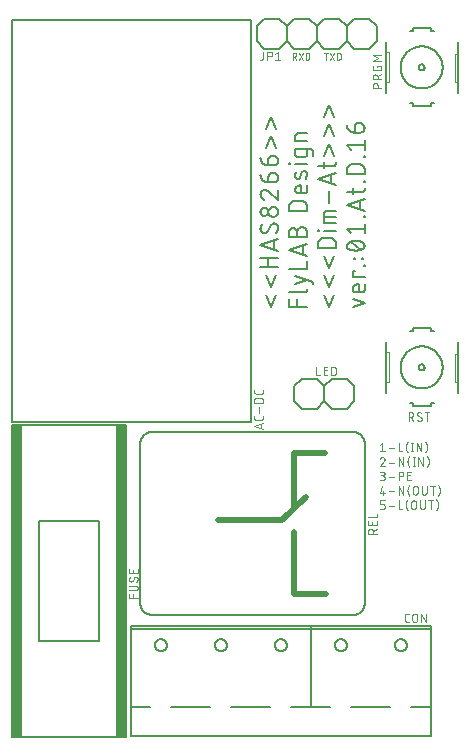
<source format=gbr>
G04 EAGLE Gerber X2 export*
G75*
%MOIN*%
%FSLAX25Y25*%
%LPD*%
%AMOC8*
5,1,8,0,0,1.08239X$1,22.5*%
G01*
%ADD10C,0.005000*%
%ADD11C,0.002000*%
%ADD12C,0.003000*%
%ADD13C,0.006000*%
%ADD14R,0.035000X1.040000*%
%ADD15C,0.020000*%


D10*
X87017Y149183D02*
X88656Y145250D01*
X90294Y149183D01*
X88656Y151710D02*
X87017Y155643D01*
X90294Y155643D02*
X88656Y151710D01*
X90950Y158307D02*
X85050Y158307D01*
X87672Y158307D02*
X87672Y161585D01*
X85050Y161585D02*
X90950Y161585D01*
X90950Y163869D02*
X85050Y165836D01*
X90950Y167802D01*
X89475Y167311D02*
X89475Y164361D01*
X90950Y171673D02*
X90948Y171744D01*
X90942Y171815D01*
X90933Y171885D01*
X90919Y171955D01*
X90902Y172024D01*
X90881Y172092D01*
X90857Y172158D01*
X90829Y172223D01*
X90797Y172287D01*
X90762Y172349D01*
X90724Y172409D01*
X90683Y172466D01*
X90638Y172522D01*
X90591Y172575D01*
X90541Y172625D01*
X90488Y172672D01*
X90432Y172717D01*
X90375Y172758D01*
X90315Y172796D01*
X90253Y172831D01*
X90189Y172863D01*
X90124Y172891D01*
X90058Y172915D01*
X89990Y172936D01*
X89921Y172953D01*
X89851Y172967D01*
X89781Y172976D01*
X89710Y172982D01*
X89639Y172984D01*
X90950Y171673D02*
X90948Y171569D01*
X90942Y171465D01*
X90932Y171361D01*
X90919Y171258D01*
X90901Y171155D01*
X90880Y171053D01*
X90855Y170952D01*
X90826Y170852D01*
X90793Y170753D01*
X90756Y170656D01*
X90716Y170560D01*
X90673Y170465D01*
X90626Y170372D01*
X90575Y170281D01*
X90521Y170192D01*
X90464Y170105D01*
X90403Y170021D01*
X90339Y169938D01*
X90273Y169858D01*
X90203Y169781D01*
X90130Y169706D01*
X86361Y169871D02*
X86290Y169873D01*
X86219Y169879D01*
X86149Y169888D01*
X86079Y169902D01*
X86010Y169919D01*
X85942Y169940D01*
X85876Y169964D01*
X85811Y169992D01*
X85747Y170024D01*
X85685Y170059D01*
X85625Y170097D01*
X85568Y170138D01*
X85512Y170183D01*
X85459Y170230D01*
X85409Y170280D01*
X85362Y170333D01*
X85317Y170389D01*
X85276Y170446D01*
X85238Y170506D01*
X85203Y170568D01*
X85171Y170632D01*
X85143Y170697D01*
X85119Y170763D01*
X85098Y170831D01*
X85081Y170900D01*
X85067Y170970D01*
X85058Y171040D01*
X85052Y171111D01*
X85050Y171182D01*
X85052Y171281D01*
X85058Y171380D01*
X85068Y171478D01*
X85082Y171576D01*
X85100Y171673D01*
X85121Y171769D01*
X85147Y171865D01*
X85176Y171959D01*
X85209Y172052D01*
X85246Y172144D01*
X85287Y172234D01*
X85331Y172323D01*
X85378Y172409D01*
X85429Y172494D01*
X85484Y172577D01*
X85542Y172657D01*
X87509Y170526D02*
X87472Y170467D01*
X87432Y170410D01*
X87390Y170356D01*
X87345Y170304D01*
X87297Y170254D01*
X87246Y170207D01*
X87193Y170162D01*
X87138Y170120D01*
X87081Y170081D01*
X87022Y170046D01*
X86961Y170013D01*
X86898Y169983D01*
X86834Y169957D01*
X86769Y169934D01*
X86703Y169915D01*
X86636Y169899D01*
X86568Y169886D01*
X86499Y169877D01*
X86430Y169872D01*
X86361Y169870D01*
X88491Y172329D02*
X88528Y172388D01*
X88568Y172445D01*
X88610Y172499D01*
X88656Y172551D01*
X88703Y172601D01*
X88754Y172648D01*
X88807Y172693D01*
X88862Y172735D01*
X88919Y172774D01*
X88978Y172810D01*
X89039Y172842D01*
X89102Y172872D01*
X89166Y172898D01*
X89231Y172921D01*
X89297Y172940D01*
X89364Y172956D01*
X89432Y172969D01*
X89501Y172978D01*
X89570Y172983D01*
X89639Y172985D01*
X88492Y172329D02*
X87508Y170526D01*
X89311Y175216D02*
X89232Y175218D01*
X89153Y175224D01*
X89074Y175233D01*
X88996Y175247D01*
X88919Y175264D01*
X88842Y175284D01*
X88767Y175309D01*
X88693Y175337D01*
X88620Y175369D01*
X88549Y175404D01*
X88480Y175442D01*
X88413Y175484D01*
X88348Y175529D01*
X88285Y175577D01*
X88224Y175628D01*
X88166Y175682D01*
X88111Y175739D01*
X88058Y175798D01*
X88009Y175860D01*
X87962Y175924D01*
X87919Y175990D01*
X87879Y176058D01*
X87842Y176129D01*
X87808Y176200D01*
X87779Y176274D01*
X87752Y176349D01*
X87730Y176424D01*
X87711Y176501D01*
X87695Y176579D01*
X87684Y176657D01*
X87676Y176736D01*
X87672Y176815D01*
X87672Y176895D01*
X87676Y176974D01*
X87684Y177053D01*
X87695Y177131D01*
X87711Y177209D01*
X87730Y177286D01*
X87752Y177361D01*
X87779Y177436D01*
X87808Y177510D01*
X87842Y177581D01*
X87879Y177652D01*
X87919Y177720D01*
X87962Y177786D01*
X88009Y177850D01*
X88058Y177912D01*
X88111Y177971D01*
X88166Y178028D01*
X88224Y178082D01*
X88285Y178133D01*
X88348Y178181D01*
X88413Y178226D01*
X88480Y178268D01*
X88549Y178306D01*
X88620Y178341D01*
X88693Y178373D01*
X88767Y178401D01*
X88842Y178426D01*
X88919Y178446D01*
X88996Y178463D01*
X89074Y178477D01*
X89153Y178486D01*
X89232Y178492D01*
X89311Y178494D01*
X89390Y178492D01*
X89469Y178486D01*
X89548Y178477D01*
X89626Y178463D01*
X89703Y178446D01*
X89780Y178426D01*
X89855Y178401D01*
X89929Y178373D01*
X90002Y178341D01*
X90073Y178306D01*
X90142Y178268D01*
X90209Y178226D01*
X90274Y178181D01*
X90337Y178133D01*
X90398Y178082D01*
X90456Y178028D01*
X90511Y177971D01*
X90564Y177912D01*
X90613Y177850D01*
X90660Y177786D01*
X90703Y177720D01*
X90743Y177652D01*
X90780Y177581D01*
X90814Y177510D01*
X90843Y177436D01*
X90870Y177361D01*
X90892Y177286D01*
X90911Y177209D01*
X90927Y177131D01*
X90938Y177053D01*
X90946Y176974D01*
X90950Y176895D01*
X90950Y176815D01*
X90946Y176736D01*
X90938Y176657D01*
X90927Y176579D01*
X90911Y176501D01*
X90892Y176424D01*
X90870Y176349D01*
X90843Y176274D01*
X90814Y176200D01*
X90780Y176129D01*
X90743Y176058D01*
X90703Y175990D01*
X90660Y175924D01*
X90613Y175860D01*
X90564Y175798D01*
X90511Y175739D01*
X90456Y175682D01*
X90398Y175628D01*
X90337Y175577D01*
X90274Y175529D01*
X90209Y175484D01*
X90142Y175442D01*
X90073Y175404D01*
X90002Y175369D01*
X89929Y175337D01*
X89855Y175309D01*
X89780Y175284D01*
X89703Y175264D01*
X89626Y175247D01*
X89548Y175233D01*
X89469Y175224D01*
X89390Y175218D01*
X89311Y175216D01*
X86361Y175544D02*
X86290Y175546D01*
X86219Y175552D01*
X86149Y175561D01*
X86079Y175575D01*
X86010Y175592D01*
X85942Y175613D01*
X85876Y175637D01*
X85811Y175665D01*
X85747Y175697D01*
X85685Y175732D01*
X85625Y175770D01*
X85568Y175811D01*
X85512Y175856D01*
X85459Y175903D01*
X85409Y175953D01*
X85362Y176006D01*
X85317Y176062D01*
X85276Y176119D01*
X85238Y176179D01*
X85203Y176241D01*
X85171Y176305D01*
X85143Y176370D01*
X85119Y176436D01*
X85098Y176504D01*
X85081Y176573D01*
X85067Y176643D01*
X85058Y176713D01*
X85052Y176784D01*
X85050Y176855D01*
X85052Y176926D01*
X85058Y176997D01*
X85067Y177067D01*
X85081Y177137D01*
X85098Y177206D01*
X85119Y177274D01*
X85143Y177340D01*
X85171Y177405D01*
X85203Y177469D01*
X85238Y177531D01*
X85276Y177591D01*
X85317Y177648D01*
X85362Y177704D01*
X85409Y177757D01*
X85459Y177807D01*
X85512Y177854D01*
X85568Y177899D01*
X85625Y177940D01*
X85685Y177978D01*
X85747Y178013D01*
X85811Y178045D01*
X85876Y178073D01*
X85942Y178097D01*
X86010Y178118D01*
X86079Y178135D01*
X86149Y178149D01*
X86219Y178158D01*
X86290Y178164D01*
X86361Y178166D01*
X86432Y178164D01*
X86503Y178158D01*
X86573Y178149D01*
X86643Y178135D01*
X86712Y178118D01*
X86780Y178097D01*
X86846Y178073D01*
X86911Y178045D01*
X86975Y178013D01*
X87037Y177978D01*
X87097Y177940D01*
X87154Y177899D01*
X87210Y177854D01*
X87263Y177807D01*
X87313Y177757D01*
X87360Y177704D01*
X87405Y177648D01*
X87446Y177591D01*
X87484Y177531D01*
X87519Y177469D01*
X87551Y177405D01*
X87579Y177340D01*
X87603Y177274D01*
X87624Y177206D01*
X87641Y177137D01*
X87655Y177067D01*
X87664Y176997D01*
X87670Y176926D01*
X87672Y176855D01*
X87670Y176784D01*
X87664Y176713D01*
X87655Y176643D01*
X87641Y176573D01*
X87624Y176504D01*
X87603Y176436D01*
X87579Y176370D01*
X87551Y176305D01*
X87519Y176241D01*
X87484Y176179D01*
X87446Y176119D01*
X87405Y176062D01*
X87360Y176006D01*
X87313Y175953D01*
X87263Y175903D01*
X87210Y175856D01*
X87154Y175811D01*
X87097Y175770D01*
X87037Y175732D01*
X86975Y175697D01*
X86911Y175665D01*
X86846Y175637D01*
X86780Y175613D01*
X86712Y175592D01*
X86643Y175575D01*
X86573Y175561D01*
X86503Y175552D01*
X86432Y175546D01*
X86361Y175544D01*
X85050Y182719D02*
X85052Y182794D01*
X85058Y182868D01*
X85067Y182942D01*
X85080Y183016D01*
X85097Y183089D01*
X85118Y183161D01*
X85142Y183231D01*
X85170Y183301D01*
X85201Y183369D01*
X85235Y183435D01*
X85273Y183499D01*
X85314Y183562D01*
X85359Y183622D01*
X85406Y183680D01*
X85456Y183735D01*
X85509Y183788D01*
X85564Y183838D01*
X85622Y183885D01*
X85682Y183930D01*
X85745Y183971D01*
X85809Y184009D01*
X85875Y184043D01*
X85943Y184074D01*
X86013Y184102D01*
X86083Y184126D01*
X86155Y184147D01*
X86228Y184164D01*
X86302Y184177D01*
X86376Y184186D01*
X86450Y184192D01*
X86525Y184194D01*
X85050Y182719D02*
X85052Y182634D01*
X85058Y182549D01*
X85067Y182464D01*
X85081Y182380D01*
X85098Y182297D01*
X85118Y182214D01*
X85143Y182133D01*
X85171Y182053D01*
X85203Y181974D01*
X85238Y181896D01*
X85277Y181820D01*
X85319Y181746D01*
X85364Y181674D01*
X85412Y181604D01*
X85464Y181537D01*
X85519Y181471D01*
X85576Y181409D01*
X85636Y181348D01*
X85699Y181291D01*
X85765Y181237D01*
X85832Y181185D01*
X85902Y181137D01*
X85974Y181091D01*
X86048Y181050D01*
X86124Y181011D01*
X86202Y180976D01*
X86281Y180944D01*
X86361Y180916D01*
X87672Y183701D02*
X87619Y183755D01*
X87563Y183806D01*
X87505Y183854D01*
X87444Y183899D01*
X87382Y183941D01*
X87318Y183980D01*
X87251Y184017D01*
X87183Y184050D01*
X87114Y184079D01*
X87043Y184106D01*
X86972Y184129D01*
X86899Y184148D01*
X86825Y184164D01*
X86751Y184177D01*
X86676Y184186D01*
X86600Y184191D01*
X86525Y184193D01*
X87672Y183702D02*
X90950Y180916D01*
X90950Y184194D01*
X87672Y186616D02*
X87672Y188582D01*
X87674Y188653D01*
X87680Y188724D01*
X87689Y188794D01*
X87703Y188864D01*
X87720Y188933D01*
X87741Y189001D01*
X87765Y189067D01*
X87793Y189132D01*
X87825Y189196D01*
X87860Y189258D01*
X87898Y189318D01*
X87939Y189375D01*
X87984Y189431D01*
X88031Y189484D01*
X88081Y189534D01*
X88134Y189581D01*
X88190Y189626D01*
X88247Y189667D01*
X88307Y189705D01*
X88369Y189740D01*
X88433Y189772D01*
X88498Y189800D01*
X88564Y189824D01*
X88632Y189845D01*
X88701Y189862D01*
X88771Y189876D01*
X88841Y189885D01*
X88912Y189891D01*
X88983Y189893D01*
X89311Y189893D01*
X89390Y189891D01*
X89469Y189885D01*
X89548Y189876D01*
X89626Y189862D01*
X89703Y189845D01*
X89780Y189825D01*
X89855Y189800D01*
X89929Y189772D01*
X90002Y189740D01*
X90073Y189705D01*
X90142Y189667D01*
X90209Y189625D01*
X90274Y189580D01*
X90337Y189532D01*
X90398Y189481D01*
X90456Y189427D01*
X90511Y189370D01*
X90564Y189311D01*
X90613Y189249D01*
X90660Y189185D01*
X90703Y189119D01*
X90743Y189051D01*
X90780Y188980D01*
X90814Y188909D01*
X90843Y188835D01*
X90870Y188760D01*
X90892Y188685D01*
X90911Y188608D01*
X90927Y188530D01*
X90938Y188452D01*
X90946Y188373D01*
X90950Y188294D01*
X90950Y188214D01*
X90946Y188135D01*
X90938Y188056D01*
X90927Y187978D01*
X90911Y187900D01*
X90892Y187823D01*
X90870Y187748D01*
X90843Y187673D01*
X90814Y187599D01*
X90780Y187528D01*
X90743Y187457D01*
X90703Y187389D01*
X90660Y187323D01*
X90613Y187259D01*
X90564Y187197D01*
X90511Y187138D01*
X90456Y187081D01*
X90398Y187027D01*
X90337Y186976D01*
X90274Y186928D01*
X90209Y186883D01*
X90142Y186841D01*
X90073Y186803D01*
X90002Y186768D01*
X89929Y186736D01*
X89855Y186708D01*
X89780Y186683D01*
X89703Y186663D01*
X89626Y186646D01*
X89548Y186632D01*
X89469Y186623D01*
X89390Y186617D01*
X89311Y186615D01*
X89311Y186616D02*
X87672Y186616D01*
X87572Y186618D01*
X87471Y186624D01*
X87371Y186633D01*
X87272Y186647D01*
X87173Y186664D01*
X87075Y186685D01*
X86977Y186710D01*
X86881Y186738D01*
X86786Y186770D01*
X86692Y186806D01*
X86599Y186845D01*
X86509Y186888D01*
X86419Y186935D01*
X86332Y186984D01*
X86247Y187037D01*
X86164Y187093D01*
X86082Y187153D01*
X86004Y187215D01*
X85928Y187281D01*
X85854Y187349D01*
X85783Y187420D01*
X85715Y187494D01*
X85649Y187570D01*
X85587Y187648D01*
X85527Y187730D01*
X85471Y187813D01*
X85418Y187898D01*
X85369Y187985D01*
X85322Y188075D01*
X85279Y188165D01*
X85240Y188258D01*
X85204Y188352D01*
X85172Y188447D01*
X85144Y188543D01*
X85119Y188641D01*
X85098Y188739D01*
X85081Y188838D01*
X85067Y188937D01*
X85058Y189037D01*
X85052Y189138D01*
X85050Y189238D01*
X87672Y192315D02*
X87672Y194282D01*
X87674Y194353D01*
X87680Y194424D01*
X87689Y194494D01*
X87703Y194564D01*
X87720Y194633D01*
X87741Y194701D01*
X87765Y194767D01*
X87793Y194832D01*
X87825Y194896D01*
X87860Y194958D01*
X87898Y195018D01*
X87939Y195075D01*
X87984Y195131D01*
X88031Y195184D01*
X88081Y195234D01*
X88134Y195281D01*
X88190Y195326D01*
X88247Y195367D01*
X88307Y195405D01*
X88369Y195440D01*
X88433Y195472D01*
X88498Y195500D01*
X88564Y195524D01*
X88632Y195545D01*
X88701Y195562D01*
X88771Y195576D01*
X88841Y195585D01*
X88912Y195591D01*
X88983Y195593D01*
X89311Y195593D01*
X89390Y195591D01*
X89469Y195585D01*
X89548Y195576D01*
X89626Y195562D01*
X89703Y195545D01*
X89780Y195525D01*
X89855Y195500D01*
X89929Y195472D01*
X90002Y195440D01*
X90073Y195405D01*
X90142Y195367D01*
X90209Y195325D01*
X90274Y195280D01*
X90337Y195232D01*
X90398Y195181D01*
X90456Y195127D01*
X90511Y195070D01*
X90564Y195011D01*
X90613Y194949D01*
X90660Y194885D01*
X90703Y194819D01*
X90743Y194751D01*
X90780Y194680D01*
X90814Y194609D01*
X90843Y194535D01*
X90870Y194460D01*
X90892Y194385D01*
X90911Y194308D01*
X90927Y194230D01*
X90938Y194152D01*
X90946Y194073D01*
X90950Y193994D01*
X90950Y193914D01*
X90946Y193835D01*
X90938Y193756D01*
X90927Y193678D01*
X90911Y193600D01*
X90892Y193523D01*
X90870Y193448D01*
X90843Y193373D01*
X90814Y193299D01*
X90780Y193228D01*
X90743Y193157D01*
X90703Y193089D01*
X90660Y193023D01*
X90613Y192959D01*
X90564Y192897D01*
X90511Y192838D01*
X90456Y192781D01*
X90398Y192727D01*
X90337Y192676D01*
X90274Y192628D01*
X90209Y192583D01*
X90142Y192541D01*
X90073Y192503D01*
X90002Y192468D01*
X89929Y192436D01*
X89855Y192408D01*
X89780Y192383D01*
X89703Y192363D01*
X89626Y192346D01*
X89548Y192332D01*
X89469Y192323D01*
X89390Y192317D01*
X89311Y192315D01*
X87672Y192315D01*
X87672Y192316D02*
X87572Y192318D01*
X87471Y192324D01*
X87371Y192333D01*
X87272Y192347D01*
X87173Y192364D01*
X87075Y192385D01*
X86977Y192410D01*
X86881Y192438D01*
X86786Y192470D01*
X86692Y192506D01*
X86599Y192545D01*
X86509Y192588D01*
X86419Y192635D01*
X86332Y192684D01*
X86247Y192737D01*
X86164Y192793D01*
X86082Y192853D01*
X86004Y192915D01*
X85928Y192981D01*
X85854Y193049D01*
X85783Y193120D01*
X85715Y193194D01*
X85649Y193270D01*
X85587Y193348D01*
X85527Y193430D01*
X85471Y193513D01*
X85418Y193598D01*
X85369Y193685D01*
X85322Y193775D01*
X85279Y193865D01*
X85240Y193958D01*
X85204Y194052D01*
X85172Y194147D01*
X85144Y194243D01*
X85119Y194341D01*
X85098Y194439D01*
X85081Y194538D01*
X85067Y194637D01*
X85058Y194737D01*
X85052Y194838D01*
X85050Y194938D01*
X87017Y198067D02*
X88656Y202001D01*
X90294Y198067D01*
X87017Y204527D02*
X88656Y208460D01*
X90294Y204527D01*
X94650Y145250D02*
X100550Y145250D01*
X94650Y145250D02*
X94650Y147872D01*
X97272Y147872D02*
X97272Y145250D01*
X99567Y150020D02*
X94650Y150020D01*
X99567Y150020D02*
X99629Y150022D01*
X99690Y150028D01*
X99751Y150037D01*
X99811Y150051D01*
X99871Y150068D01*
X99929Y150089D01*
X99986Y150114D01*
X100041Y150142D01*
X100094Y150173D01*
X100145Y150208D01*
X100194Y150246D01*
X100240Y150286D01*
X100284Y150330D01*
X100324Y150376D01*
X100362Y150425D01*
X100397Y150476D01*
X100428Y150529D01*
X100456Y150584D01*
X100481Y150641D01*
X100502Y150699D01*
X100519Y150759D01*
X100533Y150819D01*
X100542Y150880D01*
X100548Y150941D01*
X100550Y151003D01*
X102517Y152787D02*
X102517Y153442D01*
X96617Y155409D01*
X96617Y152787D02*
X100550Y154098D01*
X100550Y157789D02*
X94650Y157789D01*
X100550Y157789D02*
X100550Y160412D01*
X100550Y162201D02*
X94650Y164167D01*
X100550Y166134D01*
X99075Y165642D02*
X99075Y162692D01*
X97272Y168497D02*
X97272Y170136D01*
X97274Y170215D01*
X97280Y170294D01*
X97289Y170373D01*
X97303Y170451D01*
X97320Y170528D01*
X97340Y170605D01*
X97365Y170680D01*
X97393Y170754D01*
X97425Y170827D01*
X97460Y170898D01*
X97498Y170967D01*
X97540Y171034D01*
X97585Y171099D01*
X97633Y171162D01*
X97684Y171223D01*
X97738Y171281D01*
X97795Y171336D01*
X97854Y171389D01*
X97916Y171438D01*
X97980Y171485D01*
X98046Y171528D01*
X98114Y171568D01*
X98185Y171605D01*
X98256Y171639D01*
X98330Y171668D01*
X98405Y171695D01*
X98480Y171717D01*
X98557Y171736D01*
X98635Y171752D01*
X98713Y171763D01*
X98792Y171771D01*
X98871Y171775D01*
X98951Y171775D01*
X99030Y171771D01*
X99109Y171763D01*
X99187Y171752D01*
X99265Y171736D01*
X99342Y171717D01*
X99417Y171695D01*
X99492Y171668D01*
X99566Y171639D01*
X99637Y171605D01*
X99708Y171568D01*
X99776Y171528D01*
X99842Y171485D01*
X99906Y171438D01*
X99968Y171389D01*
X100027Y171336D01*
X100084Y171281D01*
X100138Y171223D01*
X100189Y171162D01*
X100237Y171099D01*
X100282Y171034D01*
X100324Y170967D01*
X100362Y170898D01*
X100397Y170827D01*
X100429Y170754D01*
X100457Y170680D01*
X100482Y170605D01*
X100502Y170528D01*
X100519Y170451D01*
X100533Y170373D01*
X100542Y170294D01*
X100548Y170215D01*
X100550Y170136D01*
X100550Y168497D01*
X94650Y168497D01*
X94650Y170136D01*
X94652Y170207D01*
X94658Y170278D01*
X94667Y170348D01*
X94681Y170418D01*
X94698Y170487D01*
X94719Y170555D01*
X94743Y170621D01*
X94771Y170686D01*
X94803Y170750D01*
X94838Y170812D01*
X94876Y170872D01*
X94917Y170929D01*
X94962Y170985D01*
X95009Y171038D01*
X95059Y171088D01*
X95112Y171135D01*
X95168Y171180D01*
X95225Y171221D01*
X95285Y171259D01*
X95347Y171294D01*
X95411Y171326D01*
X95476Y171354D01*
X95542Y171378D01*
X95610Y171399D01*
X95679Y171416D01*
X95749Y171430D01*
X95819Y171439D01*
X95890Y171445D01*
X95961Y171447D01*
X96032Y171445D01*
X96103Y171439D01*
X96173Y171430D01*
X96243Y171416D01*
X96312Y171399D01*
X96380Y171378D01*
X96446Y171354D01*
X96511Y171326D01*
X96575Y171294D01*
X96637Y171259D01*
X96697Y171221D01*
X96754Y171180D01*
X96810Y171135D01*
X96863Y171088D01*
X96913Y171038D01*
X96960Y170985D01*
X97005Y170929D01*
X97046Y170872D01*
X97084Y170812D01*
X97119Y170750D01*
X97151Y170686D01*
X97179Y170621D01*
X97203Y170555D01*
X97224Y170487D01*
X97241Y170418D01*
X97255Y170348D01*
X97264Y170278D01*
X97270Y170207D01*
X97272Y170136D01*
X94650Y177158D02*
X100550Y177158D01*
X94650Y177158D02*
X94650Y178796D01*
X94652Y178874D01*
X94657Y178952D01*
X94667Y179029D01*
X94680Y179106D01*
X94696Y179182D01*
X94716Y179258D01*
X94740Y179332D01*
X94767Y179405D01*
X94798Y179477D01*
X94832Y179547D01*
X94870Y179616D01*
X94910Y179682D01*
X94954Y179747D01*
X95001Y179809D01*
X95050Y179869D01*
X95103Y179927D01*
X95158Y179982D01*
X95216Y180035D01*
X95276Y180084D01*
X95338Y180131D01*
X95403Y180175D01*
X95470Y180215D01*
X95538Y180253D01*
X95608Y180287D01*
X95680Y180318D01*
X95753Y180345D01*
X95827Y180369D01*
X95903Y180389D01*
X95979Y180405D01*
X96056Y180418D01*
X96133Y180428D01*
X96211Y180433D01*
X96289Y180435D01*
X98911Y180435D01*
X98989Y180433D01*
X99067Y180428D01*
X99144Y180418D01*
X99221Y180405D01*
X99297Y180389D01*
X99373Y180369D01*
X99447Y180345D01*
X99520Y180318D01*
X99592Y180287D01*
X99662Y180253D01*
X99731Y180215D01*
X99797Y180175D01*
X99862Y180131D01*
X99924Y180084D01*
X99984Y180035D01*
X100042Y179982D01*
X100097Y179927D01*
X100150Y179869D01*
X100199Y179809D01*
X100246Y179747D01*
X100290Y179682D01*
X100330Y179616D01*
X100368Y179547D01*
X100402Y179477D01*
X100433Y179405D01*
X100460Y179332D01*
X100484Y179258D01*
X100504Y179182D01*
X100520Y179106D01*
X100533Y179029D01*
X100543Y178952D01*
X100548Y178874D01*
X100550Y178796D01*
X100550Y177158D01*
X100550Y183978D02*
X100550Y185617D01*
X100550Y183978D02*
X100548Y183916D01*
X100542Y183855D01*
X100533Y183794D01*
X100519Y183734D01*
X100502Y183674D01*
X100481Y183616D01*
X100456Y183559D01*
X100428Y183504D01*
X100397Y183451D01*
X100362Y183400D01*
X100324Y183351D01*
X100284Y183305D01*
X100240Y183261D01*
X100194Y183221D01*
X100145Y183183D01*
X100094Y183148D01*
X100041Y183117D01*
X99986Y183089D01*
X99929Y183064D01*
X99871Y183043D01*
X99811Y183026D01*
X99751Y183012D01*
X99690Y183003D01*
X99629Y182997D01*
X99567Y182995D01*
X97928Y182995D01*
X97857Y182997D01*
X97786Y183003D01*
X97716Y183012D01*
X97646Y183026D01*
X97577Y183043D01*
X97509Y183064D01*
X97443Y183088D01*
X97378Y183116D01*
X97314Y183148D01*
X97252Y183183D01*
X97192Y183221D01*
X97135Y183262D01*
X97079Y183307D01*
X97026Y183354D01*
X96976Y183404D01*
X96929Y183457D01*
X96884Y183513D01*
X96843Y183570D01*
X96805Y183630D01*
X96770Y183692D01*
X96738Y183756D01*
X96710Y183821D01*
X96686Y183887D01*
X96665Y183955D01*
X96648Y184024D01*
X96634Y184094D01*
X96625Y184164D01*
X96619Y184235D01*
X96617Y184306D01*
X96619Y184377D01*
X96625Y184448D01*
X96634Y184518D01*
X96648Y184588D01*
X96665Y184657D01*
X96686Y184725D01*
X96710Y184791D01*
X96738Y184856D01*
X96770Y184920D01*
X96805Y184982D01*
X96843Y185042D01*
X96884Y185099D01*
X96929Y185155D01*
X96976Y185208D01*
X97026Y185258D01*
X97079Y185305D01*
X97135Y185350D01*
X97192Y185391D01*
X97252Y185429D01*
X97314Y185464D01*
X97378Y185496D01*
X97443Y185524D01*
X97509Y185548D01*
X97577Y185569D01*
X97646Y185586D01*
X97716Y185600D01*
X97786Y185609D01*
X97857Y185615D01*
X97928Y185617D01*
X98583Y185617D01*
X98583Y182995D01*
X98256Y188426D02*
X98911Y190065D01*
X98255Y188426D02*
X98232Y188374D01*
X98205Y188323D01*
X98175Y188274D01*
X98142Y188227D01*
X98106Y188182D01*
X98066Y188140D01*
X98024Y188101D01*
X97980Y188065D01*
X97933Y188032D01*
X97883Y188002D01*
X97832Y187975D01*
X97780Y187952D01*
X97726Y187933D01*
X97670Y187917D01*
X97614Y187905D01*
X97557Y187897D01*
X97500Y187893D01*
X97442Y187892D01*
X97385Y187896D01*
X97328Y187903D01*
X97271Y187915D01*
X97216Y187930D01*
X97161Y187948D01*
X97108Y187971D01*
X97057Y187997D01*
X97008Y188026D01*
X96960Y188059D01*
X96915Y188095D01*
X96873Y188133D01*
X96833Y188175D01*
X96796Y188219D01*
X96762Y188266D01*
X96731Y188314D01*
X96704Y188365D01*
X96680Y188417D01*
X96660Y188471D01*
X96644Y188526D01*
X96631Y188582D01*
X96622Y188639D01*
X96617Y188697D01*
X96616Y188754D01*
X96617Y188754D02*
X96621Y188871D01*
X96628Y188988D01*
X96639Y189104D01*
X96653Y189221D01*
X96672Y189336D01*
X96693Y189451D01*
X96719Y189565D01*
X96748Y189679D01*
X96780Y189791D01*
X96816Y189903D01*
X96856Y190013D01*
X96899Y190122D01*
X96945Y190229D01*
X98911Y190066D02*
X98934Y190118D01*
X98961Y190169D01*
X98991Y190218D01*
X99024Y190265D01*
X99060Y190310D01*
X99100Y190352D01*
X99142Y190391D01*
X99186Y190427D01*
X99233Y190460D01*
X99283Y190490D01*
X99334Y190517D01*
X99386Y190540D01*
X99440Y190559D01*
X99496Y190575D01*
X99552Y190587D01*
X99609Y190595D01*
X99666Y190599D01*
X99724Y190600D01*
X99781Y190596D01*
X99838Y190589D01*
X99895Y190577D01*
X99950Y190562D01*
X100005Y190544D01*
X100058Y190521D01*
X100109Y190495D01*
X100158Y190466D01*
X100206Y190433D01*
X100251Y190397D01*
X100293Y190359D01*
X100333Y190317D01*
X100370Y190273D01*
X100404Y190226D01*
X100435Y190178D01*
X100462Y190127D01*
X100486Y190075D01*
X100506Y190021D01*
X100522Y189966D01*
X100535Y189910D01*
X100544Y189853D01*
X100549Y189795D01*
X100550Y189738D01*
X100549Y189738D02*
X100546Y189596D01*
X100538Y189455D01*
X100527Y189313D01*
X100513Y189173D01*
X100494Y189032D01*
X100473Y188892D01*
X100447Y188753D01*
X100418Y188614D01*
X100386Y188477D01*
X100350Y188340D01*
X100311Y188204D01*
X100268Y188069D01*
X100222Y187935D01*
X100550Y192856D02*
X96617Y192856D01*
X94978Y192692D02*
X94650Y192692D01*
X94650Y193020D01*
X94978Y193020D01*
X94978Y192692D01*
X100550Y196110D02*
X100550Y197749D01*
X100550Y196110D02*
X100548Y196048D01*
X100542Y195987D01*
X100533Y195926D01*
X100519Y195866D01*
X100502Y195806D01*
X100481Y195748D01*
X100456Y195691D01*
X100428Y195636D01*
X100397Y195583D01*
X100362Y195532D01*
X100324Y195483D01*
X100284Y195437D01*
X100240Y195393D01*
X100194Y195353D01*
X100145Y195315D01*
X100094Y195280D01*
X100041Y195249D01*
X99986Y195221D01*
X99929Y195196D01*
X99871Y195175D01*
X99811Y195158D01*
X99751Y195144D01*
X99690Y195135D01*
X99629Y195129D01*
X99567Y195127D01*
X97600Y195127D01*
X97538Y195129D01*
X97477Y195135D01*
X97416Y195144D01*
X97356Y195158D01*
X97296Y195175D01*
X97238Y195196D01*
X97181Y195221D01*
X97126Y195249D01*
X97073Y195280D01*
X97022Y195315D01*
X96973Y195353D01*
X96927Y195393D01*
X96883Y195437D01*
X96843Y195483D01*
X96805Y195532D01*
X96770Y195583D01*
X96739Y195636D01*
X96711Y195691D01*
X96686Y195748D01*
X96665Y195806D01*
X96648Y195866D01*
X96634Y195926D01*
X96625Y195987D01*
X96619Y196048D01*
X96617Y196110D01*
X96617Y197749D01*
X101533Y197749D01*
X101595Y197747D01*
X101656Y197741D01*
X101717Y197732D01*
X101777Y197718D01*
X101837Y197701D01*
X101895Y197680D01*
X101952Y197655D01*
X102007Y197627D01*
X102060Y197596D01*
X102111Y197561D01*
X102160Y197523D01*
X102206Y197483D01*
X102250Y197439D01*
X102290Y197393D01*
X102328Y197344D01*
X102363Y197293D01*
X102394Y197240D01*
X102422Y197185D01*
X102447Y197128D01*
X102468Y197070D01*
X102485Y197010D01*
X102499Y196950D01*
X102508Y196889D01*
X102514Y196828D01*
X102516Y196766D01*
X102517Y196766D02*
X102517Y195455D01*
X100550Y200474D02*
X96617Y200474D01*
X96617Y202113D01*
X96619Y202175D01*
X96625Y202236D01*
X96634Y202297D01*
X96648Y202357D01*
X96665Y202417D01*
X96686Y202475D01*
X96711Y202532D01*
X96739Y202587D01*
X96770Y202640D01*
X96805Y202691D01*
X96843Y202740D01*
X96883Y202786D01*
X96927Y202830D01*
X96973Y202870D01*
X97022Y202908D01*
X97073Y202943D01*
X97126Y202974D01*
X97181Y203002D01*
X97238Y203027D01*
X97296Y203048D01*
X97356Y203065D01*
X97416Y203079D01*
X97477Y203088D01*
X97538Y203094D01*
X97600Y203096D01*
X100550Y203096D01*
X106217Y149183D02*
X107856Y145250D01*
X109494Y149183D01*
X107856Y151710D02*
X106217Y155643D01*
X109494Y155643D02*
X107856Y151710D01*
X107856Y158169D02*
X106217Y162103D01*
X109494Y162103D02*
X107856Y158169D01*
X110150Y164767D02*
X104250Y164767D01*
X104250Y166406D01*
X104252Y166484D01*
X104257Y166562D01*
X104267Y166639D01*
X104280Y166716D01*
X104296Y166792D01*
X104316Y166868D01*
X104340Y166942D01*
X104367Y167015D01*
X104398Y167087D01*
X104432Y167157D01*
X104470Y167226D01*
X104510Y167292D01*
X104554Y167357D01*
X104601Y167419D01*
X104650Y167479D01*
X104703Y167537D01*
X104758Y167592D01*
X104816Y167645D01*
X104876Y167694D01*
X104938Y167741D01*
X105003Y167785D01*
X105070Y167825D01*
X105138Y167863D01*
X105208Y167897D01*
X105280Y167928D01*
X105353Y167955D01*
X105427Y167979D01*
X105503Y167999D01*
X105579Y168015D01*
X105656Y168028D01*
X105733Y168038D01*
X105811Y168043D01*
X105889Y168045D01*
X108511Y168045D01*
X108589Y168043D01*
X108667Y168038D01*
X108744Y168028D01*
X108821Y168015D01*
X108897Y167999D01*
X108973Y167979D01*
X109047Y167955D01*
X109120Y167928D01*
X109192Y167897D01*
X109262Y167863D01*
X109331Y167825D01*
X109397Y167785D01*
X109462Y167741D01*
X109524Y167694D01*
X109584Y167645D01*
X109642Y167592D01*
X109697Y167537D01*
X109750Y167479D01*
X109799Y167419D01*
X109846Y167357D01*
X109890Y167292D01*
X109930Y167226D01*
X109968Y167157D01*
X110002Y167087D01*
X110033Y167015D01*
X110060Y166942D01*
X110084Y166868D01*
X110104Y166792D01*
X110120Y166716D01*
X110133Y166639D01*
X110143Y166562D01*
X110148Y166484D01*
X110150Y166406D01*
X110150Y164767D01*
X110150Y170585D02*
X106217Y170585D01*
X104578Y170422D02*
X104250Y170422D01*
X104250Y170749D01*
X104578Y170749D01*
X104578Y170422D01*
X106217Y173179D02*
X110150Y173179D01*
X106217Y173179D02*
X106217Y176129D01*
X106219Y176191D01*
X106225Y176252D01*
X106234Y176313D01*
X106248Y176373D01*
X106265Y176433D01*
X106286Y176491D01*
X106311Y176548D01*
X106339Y176603D01*
X106370Y176656D01*
X106405Y176707D01*
X106443Y176756D01*
X106483Y176802D01*
X106527Y176846D01*
X106573Y176886D01*
X106622Y176924D01*
X106673Y176959D01*
X106726Y176990D01*
X106781Y177018D01*
X106838Y177043D01*
X106896Y177064D01*
X106956Y177081D01*
X107016Y177095D01*
X107077Y177104D01*
X107138Y177110D01*
X107200Y177112D01*
X110150Y177112D01*
X110150Y175145D02*
X106217Y175145D01*
X107856Y179828D02*
X107856Y183762D01*
X110150Y185908D02*
X104250Y187875D01*
X110150Y189841D01*
X108675Y189350D02*
X108675Y186400D01*
X106217Y191408D02*
X106217Y193374D01*
X104250Y192063D02*
X109167Y192063D01*
X109167Y192064D02*
X109229Y192066D01*
X109290Y192072D01*
X109351Y192081D01*
X109411Y192095D01*
X109471Y192112D01*
X109529Y192133D01*
X109586Y192158D01*
X109641Y192186D01*
X109694Y192217D01*
X109745Y192252D01*
X109794Y192290D01*
X109840Y192330D01*
X109884Y192374D01*
X109924Y192420D01*
X109962Y192469D01*
X109997Y192520D01*
X110028Y192573D01*
X110056Y192628D01*
X110081Y192685D01*
X110102Y192743D01*
X110119Y192803D01*
X110133Y192863D01*
X110142Y192924D01*
X110148Y192985D01*
X110150Y193047D01*
X110150Y193374D01*
X106217Y195597D02*
X107856Y199531D01*
X109494Y195597D01*
X106217Y202057D02*
X107856Y205990D01*
X109494Y202057D01*
X106217Y208517D02*
X107856Y212450D01*
X109494Y208517D01*
X119750Y146561D02*
X115817Y145250D01*
X115817Y147872D02*
X119750Y146561D01*
X119750Y150983D02*
X119750Y152622D01*
X119750Y150983D02*
X119748Y150921D01*
X119742Y150860D01*
X119733Y150799D01*
X119719Y150739D01*
X119702Y150679D01*
X119681Y150621D01*
X119656Y150564D01*
X119628Y150509D01*
X119597Y150456D01*
X119562Y150405D01*
X119524Y150356D01*
X119484Y150310D01*
X119440Y150266D01*
X119394Y150226D01*
X119345Y150188D01*
X119294Y150153D01*
X119241Y150122D01*
X119186Y150094D01*
X119129Y150069D01*
X119071Y150048D01*
X119011Y150031D01*
X118951Y150017D01*
X118890Y150008D01*
X118829Y150002D01*
X118767Y150000D01*
X117128Y150000D01*
X117057Y150002D01*
X116986Y150008D01*
X116916Y150017D01*
X116846Y150031D01*
X116777Y150048D01*
X116709Y150069D01*
X116643Y150093D01*
X116578Y150121D01*
X116514Y150153D01*
X116452Y150188D01*
X116392Y150226D01*
X116335Y150267D01*
X116279Y150312D01*
X116226Y150359D01*
X116176Y150409D01*
X116129Y150462D01*
X116084Y150518D01*
X116043Y150575D01*
X116005Y150635D01*
X115970Y150697D01*
X115938Y150761D01*
X115910Y150826D01*
X115886Y150892D01*
X115865Y150960D01*
X115848Y151029D01*
X115834Y151099D01*
X115825Y151169D01*
X115819Y151240D01*
X115817Y151311D01*
X115819Y151382D01*
X115825Y151453D01*
X115834Y151523D01*
X115848Y151593D01*
X115865Y151662D01*
X115886Y151730D01*
X115910Y151796D01*
X115938Y151861D01*
X115970Y151925D01*
X116005Y151987D01*
X116043Y152047D01*
X116084Y152104D01*
X116129Y152160D01*
X116176Y152213D01*
X116226Y152263D01*
X116279Y152310D01*
X116335Y152355D01*
X116392Y152396D01*
X116452Y152434D01*
X116514Y152469D01*
X116578Y152501D01*
X116643Y152529D01*
X116709Y152553D01*
X116777Y152574D01*
X116846Y152591D01*
X116916Y152605D01*
X116986Y152614D01*
X117057Y152620D01*
X117128Y152622D01*
X117783Y152622D01*
X117783Y150000D01*
X115817Y155161D02*
X119750Y155161D01*
X115817Y155161D02*
X115817Y157127D01*
X116472Y157127D01*
X119422Y158747D02*
X119750Y158747D01*
X119422Y158747D02*
X119422Y159074D01*
X119750Y159074D01*
X119750Y158747D01*
X119258Y161216D02*
X118931Y161216D01*
X118931Y161544D01*
X119258Y161544D01*
X119258Y161216D01*
X116636Y161216D02*
X116308Y161216D01*
X116308Y161544D01*
X116636Y161544D01*
X116636Y161216D01*
X116800Y163921D02*
X116662Y163923D01*
X116524Y163929D01*
X116387Y163939D01*
X116250Y163952D01*
X116113Y163970D01*
X115977Y163991D01*
X115841Y164016D01*
X115707Y164046D01*
X115573Y164078D01*
X115440Y164115D01*
X115308Y164155D01*
X115178Y164200D01*
X115048Y164247D01*
X114921Y164299D01*
X114794Y164354D01*
X114669Y164413D01*
X114670Y164413D02*
X114606Y164437D01*
X114543Y164464D01*
X114482Y164495D01*
X114423Y164530D01*
X114366Y164567D01*
X114311Y164608D01*
X114259Y164652D01*
X114209Y164699D01*
X114162Y164748D01*
X114117Y164800D01*
X114076Y164855D01*
X114038Y164912D01*
X114003Y164971D01*
X113971Y165031D01*
X113943Y165094D01*
X113919Y165157D01*
X113898Y165223D01*
X113881Y165289D01*
X113867Y165356D01*
X113858Y165423D01*
X113852Y165492D01*
X113850Y165560D01*
X113852Y165628D01*
X113858Y165697D01*
X113867Y165764D01*
X113881Y165831D01*
X113898Y165897D01*
X113919Y165963D01*
X113943Y166026D01*
X113971Y166089D01*
X114003Y166149D01*
X114038Y166208D01*
X114076Y166265D01*
X114117Y166320D01*
X114162Y166372D01*
X114209Y166421D01*
X114259Y166468D01*
X114311Y166512D01*
X114366Y166553D01*
X114423Y166590D01*
X114482Y166625D01*
X114543Y166656D01*
X114606Y166683D01*
X114670Y166707D01*
X114669Y166707D02*
X114794Y166766D01*
X114921Y166821D01*
X115048Y166873D01*
X115178Y166920D01*
X115308Y166965D01*
X115440Y167005D01*
X115573Y167042D01*
X115707Y167074D01*
X115841Y167104D01*
X115977Y167129D01*
X116113Y167150D01*
X116250Y167168D01*
X116387Y167181D01*
X116524Y167191D01*
X116662Y167197D01*
X116800Y167199D01*
X116800Y163921D02*
X116938Y163923D01*
X117076Y163929D01*
X117213Y163939D01*
X117350Y163952D01*
X117487Y163970D01*
X117623Y163991D01*
X117759Y164016D01*
X117893Y164046D01*
X118027Y164078D01*
X118160Y164115D01*
X118292Y164155D01*
X118422Y164200D01*
X118552Y164247D01*
X118679Y164299D01*
X118806Y164354D01*
X118931Y164413D01*
X118930Y164413D02*
X118994Y164437D01*
X119057Y164464D01*
X119118Y164495D01*
X119177Y164530D01*
X119234Y164567D01*
X119289Y164608D01*
X119341Y164652D01*
X119391Y164699D01*
X119438Y164748D01*
X119483Y164800D01*
X119524Y164855D01*
X119562Y164912D01*
X119597Y164971D01*
X119629Y165031D01*
X119657Y165094D01*
X119681Y165157D01*
X119702Y165223D01*
X119719Y165289D01*
X119733Y165356D01*
X119742Y165423D01*
X119748Y165492D01*
X119750Y165560D01*
X118931Y166707D02*
X118806Y166766D01*
X118679Y166821D01*
X118552Y166873D01*
X118422Y166920D01*
X118292Y166965D01*
X118160Y167005D01*
X118027Y167042D01*
X117893Y167074D01*
X117759Y167104D01*
X117623Y167129D01*
X117487Y167150D01*
X117350Y167168D01*
X117213Y167181D01*
X117076Y167191D01*
X116938Y167197D01*
X116800Y167199D01*
X118930Y166707D02*
X118994Y166683D01*
X119057Y166656D01*
X119118Y166625D01*
X119177Y166590D01*
X119234Y166553D01*
X119289Y166512D01*
X119341Y166468D01*
X119391Y166421D01*
X119438Y166372D01*
X119483Y166320D01*
X119524Y166265D01*
X119562Y166208D01*
X119597Y166149D01*
X119629Y166089D01*
X119657Y166026D01*
X119681Y165963D01*
X119702Y165897D01*
X119719Y165831D01*
X119733Y165764D01*
X119742Y165697D01*
X119748Y165628D01*
X119750Y165560D01*
X118439Y164249D02*
X115161Y166871D01*
X115161Y169621D02*
X113850Y171260D01*
X119750Y171260D01*
X119750Y169621D02*
X119750Y172899D01*
X119750Y175086D02*
X119422Y175086D01*
X119422Y175413D01*
X119750Y175413D01*
X119750Y175086D01*
X119750Y177273D02*
X113850Y179239D01*
X119750Y181206D01*
X118275Y180714D02*
X118275Y177764D01*
X115817Y182773D02*
X115817Y184739D01*
X113850Y183428D02*
X118767Y183428D01*
X118829Y183430D01*
X118890Y183436D01*
X118951Y183445D01*
X119011Y183459D01*
X119071Y183476D01*
X119129Y183497D01*
X119186Y183522D01*
X119241Y183550D01*
X119294Y183581D01*
X119345Y183616D01*
X119394Y183654D01*
X119440Y183694D01*
X119484Y183738D01*
X119524Y183784D01*
X119562Y183833D01*
X119597Y183884D01*
X119628Y183937D01*
X119656Y183992D01*
X119681Y184049D01*
X119702Y184107D01*
X119719Y184167D01*
X119733Y184227D01*
X119742Y184288D01*
X119748Y184349D01*
X119750Y184411D01*
X119750Y184739D01*
X119750Y186675D02*
X119422Y186675D01*
X119422Y187003D01*
X119750Y187003D01*
X119750Y186675D01*
X119750Y189380D02*
X113850Y189380D01*
X113850Y191019D01*
X113852Y191097D01*
X113857Y191175D01*
X113867Y191252D01*
X113880Y191329D01*
X113896Y191405D01*
X113916Y191481D01*
X113940Y191555D01*
X113967Y191628D01*
X113998Y191700D01*
X114032Y191770D01*
X114070Y191839D01*
X114110Y191905D01*
X114154Y191970D01*
X114201Y192032D01*
X114250Y192092D01*
X114303Y192150D01*
X114358Y192205D01*
X114416Y192258D01*
X114476Y192307D01*
X114538Y192354D01*
X114603Y192398D01*
X114670Y192438D01*
X114738Y192476D01*
X114808Y192510D01*
X114880Y192541D01*
X114953Y192568D01*
X115027Y192592D01*
X115103Y192612D01*
X115179Y192628D01*
X115256Y192641D01*
X115333Y192651D01*
X115411Y192656D01*
X115489Y192658D01*
X118111Y192658D01*
X118189Y192656D01*
X118267Y192651D01*
X118344Y192641D01*
X118421Y192628D01*
X118497Y192612D01*
X118573Y192592D01*
X118647Y192568D01*
X118720Y192541D01*
X118792Y192510D01*
X118862Y192476D01*
X118931Y192438D01*
X118997Y192398D01*
X119062Y192354D01*
X119124Y192307D01*
X119184Y192258D01*
X119242Y192205D01*
X119297Y192150D01*
X119350Y192092D01*
X119399Y192032D01*
X119446Y191970D01*
X119490Y191905D01*
X119530Y191839D01*
X119568Y191770D01*
X119602Y191700D01*
X119633Y191628D01*
X119660Y191555D01*
X119684Y191481D01*
X119704Y191405D01*
X119720Y191329D01*
X119733Y191252D01*
X119743Y191175D01*
X119748Y191097D01*
X119750Y191019D01*
X119750Y189380D01*
X119750Y195035D02*
X119422Y195035D01*
X119422Y195362D01*
X119750Y195362D01*
X119750Y195035D01*
X115161Y197549D02*
X113850Y199188D01*
X119750Y199188D01*
X119750Y197549D02*
X119750Y200827D01*
X116472Y203249D02*
X116472Y205216D01*
X116474Y205287D01*
X116480Y205358D01*
X116489Y205428D01*
X116503Y205498D01*
X116520Y205567D01*
X116541Y205635D01*
X116565Y205701D01*
X116593Y205766D01*
X116625Y205830D01*
X116660Y205892D01*
X116698Y205952D01*
X116739Y206009D01*
X116784Y206065D01*
X116831Y206118D01*
X116881Y206168D01*
X116934Y206215D01*
X116990Y206260D01*
X117047Y206301D01*
X117107Y206339D01*
X117169Y206374D01*
X117233Y206406D01*
X117298Y206434D01*
X117364Y206458D01*
X117432Y206479D01*
X117501Y206496D01*
X117571Y206510D01*
X117641Y206519D01*
X117712Y206525D01*
X117783Y206527D01*
X118111Y206527D01*
X118190Y206525D01*
X118269Y206519D01*
X118348Y206510D01*
X118426Y206496D01*
X118503Y206479D01*
X118580Y206459D01*
X118655Y206434D01*
X118729Y206406D01*
X118802Y206374D01*
X118873Y206339D01*
X118942Y206301D01*
X119009Y206259D01*
X119074Y206214D01*
X119137Y206166D01*
X119198Y206115D01*
X119256Y206061D01*
X119311Y206004D01*
X119364Y205945D01*
X119413Y205883D01*
X119460Y205819D01*
X119503Y205753D01*
X119543Y205685D01*
X119580Y205614D01*
X119614Y205543D01*
X119643Y205469D01*
X119670Y205394D01*
X119692Y205319D01*
X119711Y205242D01*
X119727Y205164D01*
X119738Y205086D01*
X119746Y205007D01*
X119750Y204928D01*
X119750Y204848D01*
X119746Y204769D01*
X119738Y204690D01*
X119727Y204612D01*
X119711Y204534D01*
X119692Y204457D01*
X119670Y204382D01*
X119643Y204307D01*
X119614Y204233D01*
X119580Y204162D01*
X119543Y204091D01*
X119503Y204023D01*
X119460Y203957D01*
X119413Y203893D01*
X119364Y203831D01*
X119311Y203772D01*
X119256Y203715D01*
X119198Y203661D01*
X119137Y203610D01*
X119074Y203562D01*
X119009Y203517D01*
X118942Y203475D01*
X118873Y203437D01*
X118802Y203402D01*
X118729Y203370D01*
X118655Y203342D01*
X118580Y203317D01*
X118503Y203297D01*
X118426Y203280D01*
X118348Y203266D01*
X118269Y203257D01*
X118190Y203251D01*
X118111Y203249D01*
X116472Y203249D01*
X116372Y203251D01*
X116271Y203257D01*
X116171Y203266D01*
X116072Y203280D01*
X115973Y203297D01*
X115875Y203318D01*
X115777Y203343D01*
X115681Y203371D01*
X115586Y203403D01*
X115492Y203439D01*
X115399Y203478D01*
X115309Y203521D01*
X115219Y203568D01*
X115132Y203617D01*
X115047Y203670D01*
X114964Y203726D01*
X114882Y203786D01*
X114804Y203848D01*
X114728Y203914D01*
X114654Y203982D01*
X114583Y204053D01*
X114515Y204127D01*
X114449Y204203D01*
X114387Y204281D01*
X114327Y204363D01*
X114271Y204446D01*
X114218Y204531D01*
X114169Y204618D01*
X114122Y204708D01*
X114079Y204798D01*
X114040Y204891D01*
X114004Y204985D01*
X113972Y205080D01*
X113944Y205176D01*
X113919Y205274D01*
X113898Y205372D01*
X113881Y205471D01*
X113867Y205570D01*
X113858Y205670D01*
X113852Y205771D01*
X113850Y205871D01*
D11*
X106961Y227600D02*
X106961Y229800D01*
X106350Y229800D02*
X107572Y229800D01*
X109710Y229800D02*
X108244Y227600D01*
X109710Y227600D02*
X108244Y229800D01*
X110598Y229800D02*
X110598Y227600D01*
X110598Y229800D02*
X111209Y229800D01*
X111257Y229798D01*
X111305Y229792D01*
X111352Y229783D01*
X111398Y229770D01*
X111443Y229753D01*
X111486Y229733D01*
X111528Y229710D01*
X111568Y229683D01*
X111606Y229654D01*
X111641Y229621D01*
X111674Y229586D01*
X111703Y229548D01*
X111730Y229508D01*
X111753Y229466D01*
X111773Y229423D01*
X111790Y229378D01*
X111803Y229332D01*
X111812Y229285D01*
X111818Y229237D01*
X111820Y229189D01*
X111820Y228211D01*
X111818Y228163D01*
X111812Y228115D01*
X111803Y228068D01*
X111790Y228022D01*
X111773Y227977D01*
X111753Y227934D01*
X111730Y227892D01*
X111703Y227852D01*
X111674Y227814D01*
X111641Y227779D01*
X111606Y227746D01*
X111568Y227717D01*
X111528Y227690D01*
X111486Y227667D01*
X111443Y227647D01*
X111398Y227630D01*
X111352Y227617D01*
X111305Y227608D01*
X111257Y227602D01*
X111209Y227600D01*
X110598Y227600D01*
X95725Y227600D02*
X95725Y229800D01*
X96336Y229800D01*
X96384Y229798D01*
X96432Y229792D01*
X96479Y229783D01*
X96525Y229770D01*
X96570Y229753D01*
X96613Y229733D01*
X96655Y229710D01*
X96695Y229683D01*
X96733Y229654D01*
X96768Y229621D01*
X96801Y229586D01*
X96830Y229548D01*
X96857Y229508D01*
X96880Y229466D01*
X96900Y229423D01*
X96917Y229378D01*
X96930Y229332D01*
X96939Y229285D01*
X96945Y229237D01*
X96947Y229189D01*
X96945Y229141D01*
X96939Y229093D01*
X96930Y229046D01*
X96917Y229000D01*
X96900Y228955D01*
X96880Y228912D01*
X96857Y228870D01*
X96830Y228830D01*
X96801Y228792D01*
X96768Y228757D01*
X96733Y228724D01*
X96695Y228695D01*
X96655Y228668D01*
X96613Y228645D01*
X96570Y228625D01*
X96525Y228608D01*
X96479Y228595D01*
X96432Y228586D01*
X96384Y228580D01*
X96336Y228578D01*
X95725Y228578D01*
X96458Y228578D02*
X96947Y227600D01*
X97749Y227600D02*
X99215Y229800D01*
X97749Y229800D02*
X99215Y227600D01*
X100103Y227600D02*
X100103Y229800D01*
X100714Y229800D01*
X100762Y229798D01*
X100810Y229792D01*
X100857Y229783D01*
X100903Y229770D01*
X100948Y229753D01*
X100991Y229733D01*
X101033Y229710D01*
X101073Y229683D01*
X101111Y229654D01*
X101146Y229621D01*
X101179Y229586D01*
X101208Y229548D01*
X101235Y229508D01*
X101258Y229466D01*
X101278Y229423D01*
X101295Y229378D01*
X101308Y229332D01*
X101317Y229285D01*
X101323Y229237D01*
X101325Y229189D01*
X101325Y228211D01*
X101323Y228163D01*
X101317Y228115D01*
X101308Y228068D01*
X101295Y228022D01*
X101278Y227977D01*
X101258Y227934D01*
X101235Y227892D01*
X101208Y227852D01*
X101179Y227814D01*
X101146Y227779D01*
X101111Y227746D01*
X101073Y227717D01*
X101033Y227690D01*
X100991Y227667D01*
X100948Y227647D01*
X100903Y227630D01*
X100857Y227617D01*
X100810Y227608D01*
X100762Y227602D01*
X100714Y227600D01*
X100103Y227600D01*
D12*
X125624Y99850D02*
X124818Y99206D01*
X125624Y99850D02*
X125624Y96950D01*
X126429Y96950D02*
X124818Y96950D01*
X127729Y98078D02*
X129663Y98078D01*
X131064Y96950D02*
X131064Y99850D01*
X131064Y96950D02*
X132353Y96950D01*
X133470Y98400D02*
X133472Y98501D01*
X133477Y98602D01*
X133487Y98703D01*
X133500Y98804D01*
X133516Y98904D01*
X133537Y99003D01*
X133561Y99101D01*
X133588Y99199D01*
X133619Y99295D01*
X133654Y99390D01*
X133692Y99484D01*
X133733Y99577D01*
X133778Y99667D01*
X133826Y99756D01*
X133878Y99844D01*
X133932Y99929D01*
X133990Y100012D01*
X134051Y100093D01*
X134114Y100172D01*
X133470Y98400D02*
X133472Y98299D01*
X133477Y98198D01*
X133487Y98097D01*
X133500Y97996D01*
X133516Y97896D01*
X133537Y97797D01*
X133561Y97699D01*
X133588Y97601D01*
X133619Y97505D01*
X133654Y97410D01*
X133692Y97316D01*
X133733Y97223D01*
X133778Y97133D01*
X133826Y97044D01*
X133878Y96956D01*
X133932Y96871D01*
X133990Y96788D01*
X134051Y96707D01*
X134114Y96628D01*
X135512Y96950D02*
X135512Y99850D01*
X135190Y96950D02*
X135834Y96950D01*
X135834Y99850D02*
X135190Y99850D01*
X137106Y99850D02*
X137106Y96950D01*
X138717Y96950D02*
X137106Y99850D01*
X138717Y99850D02*
X138717Y96950D01*
X139982Y96628D02*
X140045Y96707D01*
X140106Y96788D01*
X140164Y96871D01*
X140218Y96956D01*
X140270Y97044D01*
X140318Y97133D01*
X140363Y97223D01*
X140404Y97316D01*
X140442Y97410D01*
X140477Y97505D01*
X140508Y97601D01*
X140535Y97699D01*
X140559Y97797D01*
X140580Y97896D01*
X140596Y97996D01*
X140609Y98097D01*
X140619Y98198D01*
X140624Y98299D01*
X140626Y98400D01*
X140624Y98501D01*
X140619Y98602D01*
X140609Y98703D01*
X140596Y98804D01*
X140580Y98904D01*
X140559Y99003D01*
X140535Y99101D01*
X140508Y99199D01*
X140477Y99295D01*
X140442Y99390D01*
X140404Y99484D01*
X140363Y99577D01*
X140318Y99667D01*
X140270Y99756D01*
X140218Y99844D01*
X140164Y99929D01*
X140106Y100012D01*
X140045Y100093D01*
X139982Y100172D01*
X126429Y94325D02*
X126427Y94377D01*
X126422Y94428D01*
X126412Y94479D01*
X126400Y94529D01*
X126383Y94578D01*
X126363Y94626D01*
X126340Y94672D01*
X126314Y94717D01*
X126284Y94759D01*
X126252Y94800D01*
X126217Y94838D01*
X126179Y94873D01*
X126138Y94905D01*
X126096Y94935D01*
X126051Y94961D01*
X126005Y94984D01*
X125957Y95004D01*
X125908Y95021D01*
X125858Y95033D01*
X125807Y95043D01*
X125756Y95048D01*
X125704Y95050D01*
X125645Y95048D01*
X125587Y95043D01*
X125529Y95033D01*
X125472Y95021D01*
X125416Y95004D01*
X125361Y94985D01*
X125307Y94961D01*
X125255Y94935D01*
X125205Y94905D01*
X125156Y94872D01*
X125110Y94836D01*
X125066Y94797D01*
X125025Y94756D01*
X124986Y94712D01*
X124950Y94666D01*
X124918Y94617D01*
X124888Y94567D01*
X124861Y94515D01*
X124838Y94461D01*
X124818Y94406D01*
X126188Y93761D02*
X126225Y93798D01*
X126259Y93838D01*
X126291Y93880D01*
X126319Y93925D01*
X126345Y93971D01*
X126367Y94018D01*
X126386Y94067D01*
X126402Y94117D01*
X126414Y94168D01*
X126423Y94220D01*
X126428Y94272D01*
X126430Y94325D01*
X126188Y93761D02*
X124818Y92150D01*
X126429Y92150D01*
X127729Y93278D02*
X129663Y93278D01*
X131058Y92150D02*
X131058Y95050D01*
X132669Y92150D01*
X132669Y95050D01*
X134046Y93600D02*
X134048Y93701D01*
X134053Y93802D01*
X134063Y93903D01*
X134076Y94004D01*
X134092Y94104D01*
X134113Y94203D01*
X134137Y94301D01*
X134164Y94399D01*
X134195Y94495D01*
X134230Y94590D01*
X134268Y94684D01*
X134309Y94777D01*
X134354Y94867D01*
X134402Y94956D01*
X134454Y95044D01*
X134508Y95129D01*
X134566Y95212D01*
X134627Y95293D01*
X134690Y95372D01*
X134046Y93600D02*
X134048Y93499D01*
X134053Y93398D01*
X134063Y93297D01*
X134076Y93196D01*
X134092Y93096D01*
X134113Y92997D01*
X134137Y92899D01*
X134164Y92801D01*
X134195Y92705D01*
X134230Y92610D01*
X134268Y92516D01*
X134309Y92423D01*
X134354Y92333D01*
X134402Y92244D01*
X134454Y92156D01*
X134508Y92071D01*
X134566Y91988D01*
X134627Y91907D01*
X134690Y91828D01*
X136088Y92150D02*
X136088Y95050D01*
X135766Y92150D02*
X136410Y92150D01*
X136410Y95050D02*
X135766Y95050D01*
X137682Y95050D02*
X137682Y92150D01*
X139293Y92150D02*
X137682Y95050D01*
X139293Y95050D02*
X139293Y92150D01*
X140558Y91828D02*
X140621Y91907D01*
X140682Y91988D01*
X140740Y92071D01*
X140794Y92156D01*
X140846Y92244D01*
X140894Y92333D01*
X140939Y92423D01*
X140980Y92516D01*
X141018Y92610D01*
X141053Y92705D01*
X141084Y92801D01*
X141111Y92899D01*
X141135Y92997D01*
X141156Y93096D01*
X141172Y93196D01*
X141185Y93297D01*
X141195Y93398D01*
X141200Y93499D01*
X141202Y93600D01*
X141200Y93701D01*
X141195Y93802D01*
X141185Y93903D01*
X141172Y94004D01*
X141156Y94104D01*
X141135Y94203D01*
X141111Y94301D01*
X141084Y94399D01*
X141053Y94495D01*
X141018Y94590D01*
X140980Y94684D01*
X140939Y94777D01*
X140894Y94867D01*
X140846Y94956D01*
X140794Y95044D01*
X140740Y95129D01*
X140682Y95212D01*
X140621Y95293D01*
X140558Y95372D01*
X125624Y87350D02*
X124818Y87350D01*
X125624Y87350D02*
X125679Y87352D01*
X125734Y87358D01*
X125788Y87367D01*
X125841Y87380D01*
X125894Y87397D01*
X125945Y87417D01*
X125995Y87440D01*
X126043Y87467D01*
X126089Y87498D01*
X126133Y87531D01*
X126174Y87567D01*
X126213Y87606D01*
X126249Y87647D01*
X126282Y87691D01*
X126313Y87737D01*
X126340Y87785D01*
X126363Y87835D01*
X126383Y87886D01*
X126400Y87939D01*
X126413Y87992D01*
X126422Y88046D01*
X126428Y88101D01*
X126430Y88156D01*
X126428Y88211D01*
X126422Y88266D01*
X126413Y88320D01*
X126400Y88373D01*
X126383Y88426D01*
X126363Y88477D01*
X126340Y88527D01*
X126313Y88575D01*
X126282Y88621D01*
X126249Y88665D01*
X126213Y88706D01*
X126174Y88745D01*
X126133Y88781D01*
X126089Y88814D01*
X126043Y88845D01*
X125995Y88872D01*
X125945Y88895D01*
X125894Y88915D01*
X125841Y88932D01*
X125788Y88945D01*
X125734Y88954D01*
X125679Y88960D01*
X125624Y88962D01*
X125785Y90250D02*
X124818Y90250D01*
X125785Y90250D02*
X125834Y90248D01*
X125883Y90242D01*
X125932Y90233D01*
X125979Y90220D01*
X126026Y90203D01*
X126071Y90183D01*
X126114Y90160D01*
X126156Y90133D01*
X126195Y90103D01*
X126232Y90070D01*
X126266Y90034D01*
X126297Y89996D01*
X126326Y89956D01*
X126351Y89914D01*
X126373Y89869D01*
X126391Y89824D01*
X126406Y89777D01*
X126417Y89729D01*
X126425Y89680D01*
X126429Y89631D01*
X126429Y89581D01*
X126425Y89532D01*
X126417Y89483D01*
X126406Y89435D01*
X126391Y89388D01*
X126373Y89343D01*
X126351Y89298D01*
X126326Y89256D01*
X126297Y89216D01*
X126266Y89178D01*
X126232Y89142D01*
X126195Y89109D01*
X126156Y89079D01*
X126114Y89052D01*
X126071Y89029D01*
X126026Y89009D01*
X125979Y88992D01*
X125932Y88979D01*
X125883Y88970D01*
X125834Y88964D01*
X125785Y88962D01*
X125785Y88961D02*
X125141Y88961D01*
X127729Y88478D02*
X129663Y88478D01*
X131105Y87350D02*
X131105Y90250D01*
X131910Y90250D01*
X131965Y90248D01*
X132020Y90242D01*
X132074Y90233D01*
X132127Y90220D01*
X132180Y90203D01*
X132231Y90183D01*
X132281Y90160D01*
X132329Y90133D01*
X132375Y90102D01*
X132419Y90069D01*
X132460Y90033D01*
X132499Y89994D01*
X132535Y89953D01*
X132568Y89909D01*
X132599Y89863D01*
X132626Y89815D01*
X132649Y89765D01*
X132669Y89714D01*
X132686Y89661D01*
X132699Y89608D01*
X132708Y89554D01*
X132714Y89499D01*
X132716Y89444D01*
X132714Y89389D01*
X132708Y89334D01*
X132699Y89280D01*
X132686Y89227D01*
X132669Y89174D01*
X132649Y89123D01*
X132626Y89073D01*
X132599Y89025D01*
X132568Y88979D01*
X132535Y88935D01*
X132499Y88894D01*
X132460Y88855D01*
X132419Y88819D01*
X132375Y88786D01*
X132329Y88755D01*
X132281Y88728D01*
X132231Y88705D01*
X132180Y88685D01*
X132127Y88668D01*
X132074Y88655D01*
X132020Y88646D01*
X131965Y88640D01*
X131910Y88638D01*
X131910Y88639D02*
X131105Y88639D01*
X133944Y87350D02*
X135233Y87350D01*
X133944Y87350D02*
X133944Y90250D01*
X135233Y90250D01*
X134911Y88961D02*
X133944Y88961D01*
X125463Y85450D02*
X124818Y83194D01*
X126429Y83194D01*
X125946Y83839D02*
X125946Y82550D01*
X127729Y83678D02*
X129663Y83678D01*
X131058Y82550D02*
X131058Y85450D01*
X132669Y82550D01*
X132669Y85450D01*
X134046Y84000D02*
X134048Y84101D01*
X134053Y84202D01*
X134063Y84303D01*
X134076Y84404D01*
X134092Y84504D01*
X134113Y84603D01*
X134137Y84701D01*
X134164Y84799D01*
X134195Y84895D01*
X134230Y84990D01*
X134268Y85084D01*
X134309Y85177D01*
X134354Y85267D01*
X134402Y85356D01*
X134454Y85444D01*
X134508Y85529D01*
X134566Y85612D01*
X134627Y85693D01*
X134690Y85772D01*
X134046Y84000D02*
X134048Y83899D01*
X134053Y83798D01*
X134063Y83697D01*
X134076Y83596D01*
X134092Y83496D01*
X134113Y83397D01*
X134137Y83299D01*
X134164Y83201D01*
X134195Y83105D01*
X134230Y83010D01*
X134268Y82916D01*
X134309Y82823D01*
X134354Y82733D01*
X134402Y82644D01*
X134454Y82556D01*
X134508Y82471D01*
X134566Y82388D01*
X134627Y82307D01*
X134690Y82228D01*
X135858Y83356D02*
X135858Y84644D01*
X135860Y84699D01*
X135866Y84754D01*
X135875Y84808D01*
X135888Y84861D01*
X135905Y84914D01*
X135925Y84965D01*
X135948Y85015D01*
X135975Y85063D01*
X136006Y85109D01*
X136039Y85153D01*
X136075Y85194D01*
X136114Y85233D01*
X136155Y85269D01*
X136199Y85302D01*
X136245Y85333D01*
X136293Y85360D01*
X136343Y85383D01*
X136394Y85403D01*
X136447Y85420D01*
X136500Y85433D01*
X136554Y85442D01*
X136609Y85448D01*
X136664Y85450D01*
X136719Y85448D01*
X136774Y85442D01*
X136828Y85433D01*
X136881Y85420D01*
X136934Y85403D01*
X136985Y85383D01*
X137035Y85360D01*
X137083Y85333D01*
X137129Y85302D01*
X137173Y85269D01*
X137214Y85233D01*
X137253Y85194D01*
X137289Y85153D01*
X137322Y85109D01*
X137353Y85063D01*
X137380Y85015D01*
X137403Y84965D01*
X137423Y84914D01*
X137440Y84861D01*
X137453Y84808D01*
X137462Y84754D01*
X137468Y84699D01*
X137470Y84644D01*
X137469Y84644D02*
X137469Y83356D01*
X137470Y83356D02*
X137468Y83301D01*
X137462Y83246D01*
X137453Y83192D01*
X137440Y83139D01*
X137423Y83086D01*
X137403Y83035D01*
X137380Y82985D01*
X137353Y82937D01*
X137322Y82891D01*
X137289Y82847D01*
X137253Y82806D01*
X137214Y82767D01*
X137173Y82731D01*
X137129Y82698D01*
X137083Y82667D01*
X137035Y82640D01*
X136985Y82617D01*
X136934Y82597D01*
X136881Y82580D01*
X136828Y82567D01*
X136774Y82558D01*
X136719Y82552D01*
X136664Y82550D01*
X136609Y82552D01*
X136554Y82558D01*
X136500Y82567D01*
X136447Y82580D01*
X136394Y82597D01*
X136343Y82617D01*
X136293Y82640D01*
X136245Y82667D01*
X136199Y82698D01*
X136155Y82731D01*
X136114Y82767D01*
X136075Y82806D01*
X136039Y82847D01*
X136006Y82891D01*
X135975Y82937D01*
X135948Y82985D01*
X135925Y83035D01*
X135905Y83086D01*
X135888Y83139D01*
X135875Y83192D01*
X135866Y83246D01*
X135860Y83301D01*
X135858Y83356D01*
X138834Y83356D02*
X138834Y85450D01*
X138834Y83356D02*
X138836Y83301D01*
X138842Y83246D01*
X138851Y83192D01*
X138864Y83139D01*
X138881Y83086D01*
X138901Y83035D01*
X138924Y82985D01*
X138951Y82937D01*
X138982Y82891D01*
X139015Y82847D01*
X139051Y82806D01*
X139090Y82767D01*
X139131Y82731D01*
X139175Y82698D01*
X139221Y82667D01*
X139269Y82640D01*
X139319Y82617D01*
X139370Y82597D01*
X139423Y82580D01*
X139476Y82567D01*
X139530Y82558D01*
X139585Y82552D01*
X139640Y82550D01*
X139695Y82552D01*
X139750Y82558D01*
X139804Y82567D01*
X139857Y82580D01*
X139910Y82597D01*
X139961Y82617D01*
X140011Y82640D01*
X140059Y82667D01*
X140105Y82698D01*
X140149Y82731D01*
X140190Y82767D01*
X140229Y82806D01*
X140265Y82847D01*
X140298Y82891D01*
X140329Y82937D01*
X140356Y82985D01*
X140379Y83035D01*
X140399Y83086D01*
X140416Y83139D01*
X140429Y83192D01*
X140438Y83246D01*
X140444Y83301D01*
X140446Y83356D01*
X140445Y83356D02*
X140445Y85450D01*
X142424Y85450D02*
X142424Y82550D01*
X141618Y85450D02*
X143229Y85450D01*
X144850Y84000D02*
X144848Y83899D01*
X144843Y83798D01*
X144833Y83697D01*
X144820Y83596D01*
X144804Y83496D01*
X144783Y83397D01*
X144759Y83299D01*
X144732Y83201D01*
X144701Y83105D01*
X144666Y83010D01*
X144628Y82916D01*
X144587Y82823D01*
X144542Y82733D01*
X144494Y82644D01*
X144442Y82556D01*
X144388Y82471D01*
X144330Y82388D01*
X144269Y82307D01*
X144206Y82228D01*
X144850Y84000D02*
X144848Y84101D01*
X144843Y84202D01*
X144833Y84303D01*
X144820Y84404D01*
X144804Y84504D01*
X144783Y84603D01*
X144759Y84701D01*
X144732Y84799D01*
X144701Y84895D01*
X144666Y84990D01*
X144628Y85084D01*
X144587Y85177D01*
X144542Y85267D01*
X144494Y85356D01*
X144442Y85444D01*
X144388Y85529D01*
X144330Y85612D01*
X144269Y85693D01*
X144206Y85772D01*
X125785Y77750D02*
X124818Y77750D01*
X125785Y77750D02*
X125833Y77752D01*
X125881Y77757D01*
X125928Y77766D01*
X125975Y77779D01*
X126020Y77795D01*
X126064Y77814D01*
X126107Y77836D01*
X126148Y77862D01*
X126187Y77891D01*
X126223Y77922D01*
X126257Y77956D01*
X126288Y77992D01*
X126317Y78031D01*
X126343Y78072D01*
X126365Y78115D01*
X126384Y78159D01*
X126400Y78204D01*
X126413Y78251D01*
X126422Y78298D01*
X126427Y78346D01*
X126429Y78394D01*
X126429Y78717D01*
X126427Y78765D01*
X126422Y78813D01*
X126413Y78860D01*
X126400Y78907D01*
X126384Y78952D01*
X126365Y78996D01*
X126343Y79039D01*
X126317Y79080D01*
X126288Y79119D01*
X126257Y79155D01*
X126223Y79189D01*
X126187Y79220D01*
X126148Y79249D01*
X126107Y79275D01*
X126064Y79297D01*
X126020Y79316D01*
X125975Y79332D01*
X125928Y79345D01*
X125881Y79354D01*
X125833Y79359D01*
X125785Y79361D01*
X124818Y79361D01*
X124818Y80650D01*
X126429Y80650D01*
X127729Y78878D02*
X129663Y78878D01*
X131064Y77750D02*
X131064Y80650D01*
X131064Y77750D02*
X132353Y77750D01*
X133470Y79200D02*
X133472Y79301D01*
X133477Y79402D01*
X133487Y79503D01*
X133500Y79604D01*
X133516Y79704D01*
X133537Y79803D01*
X133561Y79901D01*
X133588Y79999D01*
X133619Y80095D01*
X133654Y80190D01*
X133692Y80284D01*
X133733Y80377D01*
X133778Y80467D01*
X133826Y80556D01*
X133878Y80644D01*
X133932Y80729D01*
X133990Y80812D01*
X134051Y80893D01*
X134114Y80972D01*
X133470Y79200D02*
X133472Y79099D01*
X133477Y78998D01*
X133487Y78897D01*
X133500Y78796D01*
X133516Y78696D01*
X133537Y78597D01*
X133561Y78499D01*
X133588Y78401D01*
X133619Y78305D01*
X133654Y78210D01*
X133692Y78116D01*
X133733Y78023D01*
X133778Y77933D01*
X133826Y77844D01*
X133878Y77756D01*
X133932Y77671D01*
X133990Y77588D01*
X134051Y77507D01*
X134114Y77428D01*
X135282Y78556D02*
X135282Y79844D01*
X135284Y79899D01*
X135290Y79954D01*
X135299Y80008D01*
X135312Y80061D01*
X135329Y80114D01*
X135349Y80165D01*
X135372Y80215D01*
X135399Y80263D01*
X135430Y80309D01*
X135463Y80353D01*
X135499Y80394D01*
X135538Y80433D01*
X135579Y80469D01*
X135623Y80502D01*
X135669Y80533D01*
X135717Y80560D01*
X135767Y80583D01*
X135818Y80603D01*
X135871Y80620D01*
X135924Y80633D01*
X135978Y80642D01*
X136033Y80648D01*
X136088Y80650D01*
X136143Y80648D01*
X136198Y80642D01*
X136252Y80633D01*
X136305Y80620D01*
X136358Y80603D01*
X136409Y80583D01*
X136459Y80560D01*
X136507Y80533D01*
X136553Y80502D01*
X136597Y80469D01*
X136638Y80433D01*
X136677Y80394D01*
X136713Y80353D01*
X136746Y80309D01*
X136777Y80263D01*
X136804Y80215D01*
X136827Y80165D01*
X136847Y80114D01*
X136864Y80061D01*
X136877Y80008D01*
X136886Y79954D01*
X136892Y79899D01*
X136894Y79844D01*
X136893Y79844D02*
X136893Y78556D01*
X136894Y78556D02*
X136892Y78501D01*
X136886Y78446D01*
X136877Y78392D01*
X136864Y78339D01*
X136847Y78286D01*
X136827Y78235D01*
X136804Y78185D01*
X136777Y78137D01*
X136746Y78091D01*
X136713Y78047D01*
X136677Y78006D01*
X136638Y77967D01*
X136597Y77931D01*
X136553Y77898D01*
X136507Y77867D01*
X136459Y77840D01*
X136409Y77817D01*
X136358Y77797D01*
X136305Y77780D01*
X136252Y77767D01*
X136198Y77758D01*
X136143Y77752D01*
X136088Y77750D01*
X136033Y77752D01*
X135978Y77758D01*
X135924Y77767D01*
X135871Y77780D01*
X135818Y77797D01*
X135767Y77817D01*
X135717Y77840D01*
X135669Y77867D01*
X135623Y77898D01*
X135579Y77931D01*
X135538Y77967D01*
X135499Y78006D01*
X135463Y78047D01*
X135430Y78091D01*
X135399Y78137D01*
X135372Y78185D01*
X135349Y78235D01*
X135329Y78286D01*
X135312Y78339D01*
X135299Y78392D01*
X135290Y78446D01*
X135284Y78501D01*
X135282Y78556D01*
X138258Y78556D02*
X138258Y80650D01*
X138258Y78556D02*
X138260Y78501D01*
X138266Y78446D01*
X138275Y78392D01*
X138288Y78339D01*
X138305Y78286D01*
X138325Y78235D01*
X138348Y78185D01*
X138375Y78137D01*
X138406Y78091D01*
X138439Y78047D01*
X138475Y78006D01*
X138514Y77967D01*
X138555Y77931D01*
X138599Y77898D01*
X138645Y77867D01*
X138693Y77840D01*
X138743Y77817D01*
X138794Y77797D01*
X138847Y77780D01*
X138900Y77767D01*
X138954Y77758D01*
X139009Y77752D01*
X139064Y77750D01*
X139119Y77752D01*
X139174Y77758D01*
X139228Y77767D01*
X139281Y77780D01*
X139334Y77797D01*
X139385Y77817D01*
X139435Y77840D01*
X139483Y77867D01*
X139529Y77898D01*
X139573Y77931D01*
X139614Y77967D01*
X139653Y78006D01*
X139689Y78047D01*
X139722Y78091D01*
X139753Y78137D01*
X139780Y78185D01*
X139803Y78235D01*
X139823Y78286D01*
X139840Y78339D01*
X139853Y78392D01*
X139862Y78446D01*
X139868Y78501D01*
X139870Y78556D01*
X139869Y78556D02*
X139869Y80650D01*
X141848Y80650D02*
X141848Y77750D01*
X141042Y80650D02*
X142653Y80650D01*
X144274Y79200D02*
X144272Y79099D01*
X144267Y78998D01*
X144257Y78897D01*
X144244Y78796D01*
X144228Y78696D01*
X144207Y78597D01*
X144183Y78499D01*
X144156Y78401D01*
X144125Y78305D01*
X144090Y78210D01*
X144052Y78116D01*
X144011Y78023D01*
X143966Y77933D01*
X143918Y77844D01*
X143866Y77756D01*
X143812Y77671D01*
X143754Y77588D01*
X143693Y77507D01*
X143630Y77428D01*
X144274Y79200D02*
X144272Y79301D01*
X144267Y79402D01*
X144257Y79503D01*
X144244Y79604D01*
X144228Y79704D01*
X144207Y79803D01*
X144183Y79901D01*
X144156Y79999D01*
X144125Y80095D01*
X144090Y80190D01*
X144052Y80284D01*
X144011Y80377D01*
X143966Y80467D01*
X143918Y80556D01*
X143866Y80644D01*
X143812Y80729D01*
X143754Y80812D01*
X143693Y80893D01*
X143630Y80972D01*
D13*
X40250Y105750D02*
X40250Y1750D01*
X40250Y105750D02*
X2250Y105750D01*
X2250Y1750D01*
X40250Y1750D01*
X31250Y33750D02*
X31250Y73750D01*
X11250Y73750D01*
X11250Y33750D01*
X31250Y33750D01*
D14*
X4000Y53750D03*
X38500Y53750D03*
D12*
X41200Y48150D02*
X44100Y48150D01*
X41200Y48150D02*
X41200Y49439D01*
X42489Y49439D02*
X42489Y48150D01*
X43294Y50640D02*
X41200Y50640D01*
X43294Y50639D02*
X43349Y50641D01*
X43404Y50647D01*
X43458Y50656D01*
X43511Y50669D01*
X43564Y50686D01*
X43615Y50706D01*
X43665Y50729D01*
X43713Y50756D01*
X43759Y50787D01*
X43803Y50820D01*
X43844Y50856D01*
X43883Y50895D01*
X43919Y50936D01*
X43952Y50980D01*
X43983Y51026D01*
X44010Y51074D01*
X44033Y51124D01*
X44053Y51175D01*
X44070Y51228D01*
X44083Y51281D01*
X44092Y51335D01*
X44098Y51390D01*
X44100Y51445D01*
X44098Y51500D01*
X44092Y51555D01*
X44083Y51609D01*
X44070Y51662D01*
X44053Y51715D01*
X44033Y51766D01*
X44010Y51816D01*
X43983Y51864D01*
X43952Y51910D01*
X43919Y51954D01*
X43883Y51995D01*
X43844Y52034D01*
X43803Y52070D01*
X43759Y52103D01*
X43713Y52134D01*
X43665Y52161D01*
X43615Y52184D01*
X43564Y52204D01*
X43511Y52221D01*
X43458Y52234D01*
X43404Y52243D01*
X43349Y52249D01*
X43294Y52251D01*
X41200Y52251D01*
X43456Y55130D02*
X43504Y55128D01*
X43552Y55123D01*
X43599Y55114D01*
X43646Y55101D01*
X43691Y55085D01*
X43735Y55066D01*
X43778Y55044D01*
X43819Y55018D01*
X43858Y54989D01*
X43894Y54958D01*
X43928Y54924D01*
X43959Y54888D01*
X43988Y54849D01*
X44014Y54808D01*
X44036Y54765D01*
X44055Y54721D01*
X44071Y54676D01*
X44084Y54629D01*
X44093Y54582D01*
X44098Y54534D01*
X44100Y54486D01*
X44098Y54414D01*
X44092Y54343D01*
X44083Y54272D01*
X44070Y54202D01*
X44053Y54132D01*
X44033Y54063D01*
X44009Y53996D01*
X43981Y53930D01*
X43950Y53865D01*
X43916Y53802D01*
X43878Y53741D01*
X43837Y53682D01*
X43794Y53626D01*
X43747Y53571D01*
X43697Y53520D01*
X41844Y53601D02*
X41796Y53603D01*
X41748Y53608D01*
X41701Y53617D01*
X41654Y53630D01*
X41609Y53646D01*
X41565Y53665D01*
X41522Y53687D01*
X41481Y53713D01*
X41442Y53742D01*
X41406Y53773D01*
X41372Y53807D01*
X41341Y53843D01*
X41312Y53882D01*
X41286Y53923D01*
X41264Y53966D01*
X41245Y54010D01*
X41229Y54055D01*
X41216Y54102D01*
X41207Y54149D01*
X41202Y54197D01*
X41200Y54245D01*
X41202Y54310D01*
X41207Y54374D01*
X41216Y54439D01*
X41228Y54502D01*
X41243Y54565D01*
X41262Y54627D01*
X41284Y54688D01*
X41309Y54747D01*
X41338Y54806D01*
X41370Y54862D01*
X41404Y54917D01*
X41442Y54970D01*
X42408Y53922D02*
X42382Y53882D01*
X42353Y53843D01*
X42321Y53806D01*
X42286Y53772D01*
X42249Y53741D01*
X42210Y53712D01*
X42169Y53686D01*
X42126Y53664D01*
X42081Y53645D01*
X42035Y53629D01*
X41989Y53616D01*
X41941Y53607D01*
X41893Y53602D01*
X41844Y53600D01*
X42892Y54809D02*
X42918Y54849D01*
X42947Y54888D01*
X42979Y54925D01*
X43014Y54959D01*
X43051Y54990D01*
X43090Y55019D01*
X43131Y55045D01*
X43174Y55067D01*
X43219Y55086D01*
X43265Y55102D01*
X43311Y55115D01*
X43359Y55124D01*
X43407Y55129D01*
X43456Y55131D01*
X42892Y54809D02*
X42408Y53923D01*
X44100Y56406D02*
X44100Y57695D01*
X44100Y56406D02*
X41200Y56406D01*
X41200Y57695D01*
X42489Y57373D02*
X42489Y56406D01*
D13*
X101250Y231250D02*
X103750Y233750D01*
X101250Y231250D02*
X96250Y231250D01*
X93750Y233750D01*
X93750Y238750D01*
X96250Y241250D01*
X101250Y241250D01*
X103750Y238750D01*
X116250Y231250D02*
X121250Y231250D01*
X116250Y231250D02*
X113750Y233750D01*
X113750Y238750D01*
X116250Y241250D01*
X113750Y233750D02*
X111250Y231250D01*
X106250Y231250D01*
X103750Y233750D01*
X103750Y238750D01*
X106250Y241250D01*
X111250Y241250D01*
X113750Y238750D01*
X123750Y238750D02*
X123750Y233750D01*
X121250Y231250D01*
X123750Y238750D02*
X121250Y241250D01*
X116250Y241250D01*
X91250Y231250D02*
X86250Y231250D01*
X83750Y233750D01*
X83750Y238750D01*
X86250Y241250D01*
X93750Y233750D02*
X91250Y231250D01*
X93750Y238750D02*
X91250Y241250D01*
X86250Y241250D01*
D12*
X85817Y230250D02*
X85817Y227994D01*
X85816Y227994D02*
X85814Y227946D01*
X85809Y227898D01*
X85800Y227851D01*
X85787Y227804D01*
X85771Y227759D01*
X85752Y227715D01*
X85730Y227672D01*
X85704Y227631D01*
X85675Y227592D01*
X85644Y227556D01*
X85610Y227522D01*
X85574Y227491D01*
X85535Y227462D01*
X85494Y227436D01*
X85451Y227414D01*
X85407Y227395D01*
X85362Y227379D01*
X85315Y227366D01*
X85268Y227357D01*
X85220Y227352D01*
X85172Y227350D01*
X84850Y227350D01*
X87311Y227350D02*
X87311Y230250D01*
X88117Y230250D01*
X88172Y230248D01*
X88227Y230242D01*
X88281Y230233D01*
X88334Y230220D01*
X88387Y230203D01*
X88438Y230183D01*
X88488Y230160D01*
X88536Y230133D01*
X88582Y230102D01*
X88626Y230069D01*
X88667Y230033D01*
X88706Y229994D01*
X88742Y229953D01*
X88775Y229909D01*
X88806Y229863D01*
X88833Y229815D01*
X88856Y229765D01*
X88876Y229714D01*
X88893Y229661D01*
X88906Y229608D01*
X88915Y229554D01*
X88921Y229499D01*
X88923Y229444D01*
X88921Y229389D01*
X88915Y229334D01*
X88906Y229280D01*
X88893Y229227D01*
X88876Y229174D01*
X88856Y229123D01*
X88833Y229073D01*
X88806Y229025D01*
X88775Y228979D01*
X88742Y228935D01*
X88706Y228894D01*
X88667Y228855D01*
X88626Y228819D01*
X88582Y228786D01*
X88536Y228755D01*
X88488Y228728D01*
X88438Y228705D01*
X88387Y228685D01*
X88334Y228668D01*
X88281Y228655D01*
X88227Y228646D01*
X88172Y228640D01*
X88117Y228638D01*
X88117Y228639D02*
X87311Y228639D01*
X90049Y229606D02*
X90854Y230250D01*
X90854Y227350D01*
X90049Y227350D02*
X91660Y227350D01*
D13*
X98750Y121250D02*
X103750Y121250D01*
X106250Y118750D01*
X106250Y113750D01*
X103750Y111250D01*
X96250Y113750D02*
X96250Y118750D01*
X98750Y121250D01*
X96250Y113750D02*
X98750Y111250D01*
X103750Y111250D01*
X106250Y118750D02*
X108750Y121250D01*
X113750Y121250D01*
X116250Y118750D01*
X116250Y113750D01*
X113750Y111250D01*
X108750Y111250D01*
X106250Y113750D01*
D12*
X103600Y122350D02*
X103600Y125250D01*
X103600Y122350D02*
X104889Y122350D01*
X106096Y122350D02*
X107385Y122350D01*
X106096Y122350D02*
X106096Y125250D01*
X107385Y125250D01*
X107063Y123961D02*
X106096Y123961D01*
X108586Y125250D02*
X108586Y122350D01*
X108586Y125250D02*
X109391Y125250D01*
X109446Y125248D01*
X109501Y125242D01*
X109555Y125233D01*
X109608Y125220D01*
X109661Y125203D01*
X109712Y125183D01*
X109762Y125160D01*
X109810Y125133D01*
X109856Y125102D01*
X109900Y125069D01*
X109941Y125033D01*
X109980Y124994D01*
X110016Y124953D01*
X110049Y124909D01*
X110080Y124863D01*
X110107Y124815D01*
X110130Y124765D01*
X110150Y124714D01*
X110167Y124661D01*
X110180Y124608D01*
X110189Y124554D01*
X110195Y124499D01*
X110197Y124444D01*
X110197Y123156D01*
X110195Y123101D01*
X110189Y123046D01*
X110180Y122992D01*
X110167Y122939D01*
X110150Y122886D01*
X110130Y122835D01*
X110107Y122785D01*
X110080Y122737D01*
X110049Y122691D01*
X110016Y122647D01*
X109980Y122606D01*
X109941Y122567D01*
X109900Y122531D01*
X109856Y122498D01*
X109810Y122467D01*
X109762Y122440D01*
X109712Y122417D01*
X109661Y122397D01*
X109608Y122380D01*
X109555Y122367D01*
X109501Y122358D01*
X109446Y122352D01*
X109391Y122350D01*
X108586Y122350D01*
D10*
X45000Y99587D02*
X45000Y46437D01*
X45002Y46313D01*
X45008Y46190D01*
X45017Y46066D01*
X45031Y45944D01*
X45048Y45821D01*
X45070Y45699D01*
X45095Y45578D01*
X45124Y45458D01*
X45156Y45339D01*
X45193Y45220D01*
X45233Y45103D01*
X45276Y44988D01*
X45324Y44873D01*
X45375Y44761D01*
X45429Y44650D01*
X45487Y44540D01*
X45548Y44433D01*
X45613Y44327D01*
X45681Y44224D01*
X45752Y44123D01*
X45826Y44024D01*
X45903Y43927D01*
X45984Y43833D01*
X46067Y43742D01*
X46153Y43653D01*
X46242Y43567D01*
X46333Y43484D01*
X46427Y43403D01*
X46524Y43326D01*
X46623Y43252D01*
X46724Y43181D01*
X46827Y43113D01*
X46933Y43048D01*
X47040Y42987D01*
X47150Y42929D01*
X47261Y42875D01*
X47373Y42824D01*
X47488Y42776D01*
X47603Y42733D01*
X47720Y42693D01*
X47839Y42656D01*
X47958Y42624D01*
X48078Y42595D01*
X48199Y42570D01*
X48321Y42548D01*
X48444Y42531D01*
X48566Y42517D01*
X48690Y42508D01*
X48813Y42502D01*
X48937Y42500D01*
X115866Y42500D01*
X115990Y42502D01*
X116113Y42508D01*
X116237Y42517D01*
X116359Y42531D01*
X116482Y42548D01*
X116604Y42570D01*
X116725Y42595D01*
X116845Y42624D01*
X116964Y42656D01*
X117083Y42693D01*
X117200Y42733D01*
X117315Y42776D01*
X117430Y42824D01*
X117542Y42875D01*
X117653Y42929D01*
X117763Y42987D01*
X117870Y43048D01*
X117976Y43113D01*
X118079Y43181D01*
X118180Y43252D01*
X118279Y43326D01*
X118376Y43403D01*
X118470Y43484D01*
X118561Y43567D01*
X118650Y43653D01*
X118736Y43742D01*
X118819Y43833D01*
X118900Y43927D01*
X118977Y44024D01*
X119051Y44123D01*
X119122Y44224D01*
X119190Y44327D01*
X119255Y44433D01*
X119316Y44540D01*
X119374Y44650D01*
X119428Y44761D01*
X119479Y44873D01*
X119527Y44988D01*
X119570Y45103D01*
X119610Y45220D01*
X119647Y45339D01*
X119679Y45458D01*
X119708Y45578D01*
X119733Y45699D01*
X119755Y45821D01*
X119772Y45944D01*
X119786Y46066D01*
X119795Y46190D01*
X119801Y46313D01*
X119803Y46437D01*
X119803Y99587D01*
X119801Y99711D01*
X119795Y99834D01*
X119786Y99958D01*
X119772Y100080D01*
X119755Y100203D01*
X119733Y100325D01*
X119708Y100446D01*
X119679Y100566D01*
X119647Y100685D01*
X119610Y100804D01*
X119570Y100921D01*
X119527Y101036D01*
X119479Y101151D01*
X119428Y101263D01*
X119374Y101374D01*
X119316Y101484D01*
X119255Y101591D01*
X119190Y101697D01*
X119122Y101800D01*
X119051Y101901D01*
X118977Y102000D01*
X118900Y102097D01*
X118819Y102191D01*
X118736Y102282D01*
X118650Y102371D01*
X118561Y102457D01*
X118470Y102540D01*
X118376Y102621D01*
X118279Y102698D01*
X118180Y102772D01*
X118079Y102843D01*
X117976Y102911D01*
X117870Y102976D01*
X117763Y103037D01*
X117653Y103095D01*
X117542Y103149D01*
X117430Y103200D01*
X117315Y103248D01*
X117200Y103291D01*
X117083Y103331D01*
X116964Y103368D01*
X116845Y103400D01*
X116725Y103429D01*
X116604Y103454D01*
X116482Y103476D01*
X116359Y103493D01*
X116237Y103507D01*
X116113Y103516D01*
X115990Y103522D01*
X115866Y103524D01*
X48937Y103524D01*
X48813Y103522D01*
X48690Y103516D01*
X48566Y103507D01*
X48444Y103493D01*
X48321Y103476D01*
X48199Y103454D01*
X48078Y103429D01*
X47958Y103400D01*
X47839Y103368D01*
X47720Y103331D01*
X47603Y103291D01*
X47488Y103248D01*
X47373Y103200D01*
X47261Y103149D01*
X47150Y103095D01*
X47040Y103037D01*
X46933Y102976D01*
X46827Y102911D01*
X46724Y102843D01*
X46623Y102772D01*
X46524Y102698D01*
X46427Y102621D01*
X46333Y102540D01*
X46242Y102457D01*
X46153Y102371D01*
X46067Y102282D01*
X45984Y102191D01*
X45903Y102097D01*
X45826Y102000D01*
X45752Y101901D01*
X45681Y101800D01*
X45613Y101697D01*
X45548Y101591D01*
X45487Y101484D01*
X45429Y101374D01*
X45375Y101263D01*
X45324Y101151D01*
X45276Y101036D01*
X45233Y100921D01*
X45193Y100804D01*
X45156Y100685D01*
X45124Y100566D01*
X45095Y100446D01*
X45070Y100325D01*
X45048Y100203D01*
X45031Y100080D01*
X45017Y99958D01*
X45008Y99834D01*
X45002Y99711D01*
X45000Y99587D01*
D15*
X70748Y73996D02*
X92244Y73996D01*
X96181Y96437D02*
X106417Y96437D01*
X106811Y49587D02*
X96181Y49587D01*
X96181Y70059D01*
X92244Y73996D02*
X100118Y81870D01*
X96181Y78327D02*
X96181Y96437D01*
D12*
X120950Y69525D02*
X123850Y69525D01*
X120950Y69525D02*
X120950Y70331D01*
X120952Y70386D01*
X120958Y70441D01*
X120967Y70495D01*
X120980Y70548D01*
X120997Y70601D01*
X121017Y70652D01*
X121040Y70702D01*
X121067Y70750D01*
X121098Y70796D01*
X121131Y70840D01*
X121167Y70881D01*
X121206Y70920D01*
X121247Y70956D01*
X121291Y70989D01*
X121337Y71020D01*
X121385Y71047D01*
X121435Y71070D01*
X121486Y71090D01*
X121539Y71107D01*
X121592Y71120D01*
X121646Y71129D01*
X121701Y71135D01*
X121756Y71137D01*
X121811Y71135D01*
X121866Y71129D01*
X121920Y71120D01*
X121973Y71107D01*
X122026Y71090D01*
X122077Y71070D01*
X122127Y71047D01*
X122175Y71020D01*
X122221Y70989D01*
X122265Y70956D01*
X122306Y70920D01*
X122345Y70881D01*
X122381Y70840D01*
X122414Y70796D01*
X122445Y70750D01*
X122472Y70702D01*
X122495Y70652D01*
X122515Y70601D01*
X122532Y70548D01*
X122545Y70495D01*
X122554Y70441D01*
X122560Y70386D01*
X122562Y70331D01*
X122561Y70331D02*
X122561Y69525D01*
X122561Y70492D02*
X123850Y71136D01*
X123850Y72487D02*
X123850Y73776D01*
X123850Y72487D02*
X120950Y72487D01*
X120950Y73776D01*
X122239Y73454D02*
X122239Y72487D01*
X120950Y74983D02*
X123850Y74983D01*
X123850Y76272D01*
D13*
X141750Y237000D02*
X141750Y238000D01*
X135750Y238000D01*
X135750Y237000D01*
X135750Y213000D02*
X135750Y212000D01*
X141750Y212000D01*
X141750Y213000D01*
D11*
X127750Y220000D02*
X126750Y220000D01*
X127750Y220000D02*
X127750Y230000D01*
X126750Y230000D01*
X149750Y229500D02*
X149750Y220000D01*
X149750Y229500D02*
X150750Y229500D01*
X150750Y220000D02*
X149750Y220000D01*
D13*
X150750Y220000D02*
X150750Y216500D01*
X126750Y230000D02*
X126750Y233500D01*
X126750Y230000D02*
X126750Y220000D01*
X126750Y216500D01*
X150750Y220000D02*
X150750Y229500D01*
X150750Y233500D01*
X142750Y237000D02*
X141750Y237000D01*
X135750Y237000D02*
X134750Y237000D01*
X141750Y213000D02*
X142750Y213000D01*
X135750Y213000D02*
X134750Y213000D01*
X131750Y225000D02*
X131752Y225172D01*
X131758Y225343D01*
X131769Y225515D01*
X131784Y225686D01*
X131803Y225857D01*
X131826Y226027D01*
X131853Y226197D01*
X131885Y226366D01*
X131920Y226534D01*
X131960Y226701D01*
X132004Y226867D01*
X132051Y227032D01*
X132103Y227196D01*
X132159Y227358D01*
X132219Y227519D01*
X132283Y227679D01*
X132351Y227837D01*
X132422Y227993D01*
X132497Y228147D01*
X132577Y228300D01*
X132659Y228450D01*
X132746Y228599D01*
X132836Y228745D01*
X132930Y228889D01*
X133027Y229031D01*
X133128Y229170D01*
X133232Y229307D01*
X133339Y229441D01*
X133450Y229572D01*
X133563Y229701D01*
X133680Y229827D01*
X133800Y229950D01*
X133923Y230070D01*
X134049Y230187D01*
X134178Y230300D01*
X134309Y230411D01*
X134443Y230518D01*
X134580Y230622D01*
X134719Y230723D01*
X134861Y230820D01*
X135005Y230914D01*
X135151Y231004D01*
X135300Y231091D01*
X135450Y231173D01*
X135603Y231253D01*
X135757Y231328D01*
X135913Y231399D01*
X136071Y231467D01*
X136231Y231531D01*
X136392Y231591D01*
X136554Y231647D01*
X136718Y231699D01*
X136883Y231746D01*
X137049Y231790D01*
X137216Y231830D01*
X137384Y231865D01*
X137553Y231897D01*
X137723Y231924D01*
X137893Y231947D01*
X138064Y231966D01*
X138235Y231981D01*
X138407Y231992D01*
X138578Y231998D01*
X138750Y232000D01*
X138922Y231998D01*
X139093Y231992D01*
X139265Y231981D01*
X139436Y231966D01*
X139607Y231947D01*
X139777Y231924D01*
X139947Y231897D01*
X140116Y231865D01*
X140284Y231830D01*
X140451Y231790D01*
X140617Y231746D01*
X140782Y231699D01*
X140946Y231647D01*
X141108Y231591D01*
X141269Y231531D01*
X141429Y231467D01*
X141587Y231399D01*
X141743Y231328D01*
X141897Y231253D01*
X142050Y231173D01*
X142200Y231091D01*
X142349Y231004D01*
X142495Y230914D01*
X142639Y230820D01*
X142781Y230723D01*
X142920Y230622D01*
X143057Y230518D01*
X143191Y230411D01*
X143322Y230300D01*
X143451Y230187D01*
X143577Y230070D01*
X143700Y229950D01*
X143820Y229827D01*
X143937Y229701D01*
X144050Y229572D01*
X144161Y229441D01*
X144268Y229307D01*
X144372Y229170D01*
X144473Y229031D01*
X144570Y228889D01*
X144664Y228745D01*
X144754Y228599D01*
X144841Y228450D01*
X144923Y228300D01*
X145003Y228147D01*
X145078Y227993D01*
X145149Y227837D01*
X145217Y227679D01*
X145281Y227519D01*
X145341Y227358D01*
X145397Y227196D01*
X145449Y227032D01*
X145496Y226867D01*
X145540Y226701D01*
X145580Y226534D01*
X145615Y226366D01*
X145647Y226197D01*
X145674Y226027D01*
X145697Y225857D01*
X145716Y225686D01*
X145731Y225515D01*
X145742Y225343D01*
X145748Y225172D01*
X145750Y225000D01*
X145748Y224828D01*
X145742Y224657D01*
X145731Y224485D01*
X145716Y224314D01*
X145697Y224143D01*
X145674Y223973D01*
X145647Y223803D01*
X145615Y223634D01*
X145580Y223466D01*
X145540Y223299D01*
X145496Y223133D01*
X145449Y222968D01*
X145397Y222804D01*
X145341Y222642D01*
X145281Y222481D01*
X145217Y222321D01*
X145149Y222163D01*
X145078Y222007D01*
X145003Y221853D01*
X144923Y221700D01*
X144841Y221550D01*
X144754Y221401D01*
X144664Y221255D01*
X144570Y221111D01*
X144473Y220969D01*
X144372Y220830D01*
X144268Y220693D01*
X144161Y220559D01*
X144050Y220428D01*
X143937Y220299D01*
X143820Y220173D01*
X143700Y220050D01*
X143577Y219930D01*
X143451Y219813D01*
X143322Y219700D01*
X143191Y219589D01*
X143057Y219482D01*
X142920Y219378D01*
X142781Y219277D01*
X142639Y219180D01*
X142495Y219086D01*
X142349Y218996D01*
X142200Y218909D01*
X142050Y218827D01*
X141897Y218747D01*
X141743Y218672D01*
X141587Y218601D01*
X141429Y218533D01*
X141269Y218469D01*
X141108Y218409D01*
X140946Y218353D01*
X140782Y218301D01*
X140617Y218254D01*
X140451Y218210D01*
X140284Y218170D01*
X140116Y218135D01*
X139947Y218103D01*
X139777Y218076D01*
X139607Y218053D01*
X139436Y218034D01*
X139265Y218019D01*
X139093Y218008D01*
X138922Y218002D01*
X138750Y218000D01*
X138578Y218002D01*
X138407Y218008D01*
X138235Y218019D01*
X138064Y218034D01*
X137893Y218053D01*
X137723Y218076D01*
X137553Y218103D01*
X137384Y218135D01*
X137216Y218170D01*
X137049Y218210D01*
X136883Y218254D01*
X136718Y218301D01*
X136554Y218353D01*
X136392Y218409D01*
X136231Y218469D01*
X136071Y218533D01*
X135913Y218601D01*
X135757Y218672D01*
X135603Y218747D01*
X135450Y218827D01*
X135300Y218909D01*
X135151Y218996D01*
X135005Y219086D01*
X134861Y219180D01*
X134719Y219277D01*
X134580Y219378D01*
X134443Y219482D01*
X134309Y219589D01*
X134178Y219700D01*
X134049Y219813D01*
X133923Y219930D01*
X133800Y220050D01*
X133680Y220173D01*
X133563Y220299D01*
X133450Y220428D01*
X133339Y220559D01*
X133232Y220693D01*
X133128Y220830D01*
X133027Y220969D01*
X132930Y221111D01*
X132836Y221255D01*
X132746Y221401D01*
X132659Y221550D01*
X132577Y221700D01*
X132497Y221853D01*
X132422Y222007D01*
X132351Y222163D01*
X132283Y222321D01*
X132219Y222481D01*
X132159Y222642D01*
X132103Y222804D01*
X132051Y222968D01*
X132004Y223133D01*
X131960Y223299D01*
X131920Y223466D01*
X131885Y223634D01*
X131853Y223803D01*
X131826Y223973D01*
X131803Y224143D01*
X131784Y224314D01*
X131769Y224485D01*
X131758Y224657D01*
X131752Y224828D01*
X131750Y225000D01*
X137750Y225000D02*
X137752Y225063D01*
X137758Y225125D01*
X137768Y225187D01*
X137781Y225249D01*
X137799Y225309D01*
X137820Y225368D01*
X137845Y225426D01*
X137874Y225482D01*
X137906Y225536D01*
X137941Y225588D01*
X137979Y225637D01*
X138021Y225685D01*
X138065Y225729D01*
X138113Y225771D01*
X138162Y225809D01*
X138214Y225844D01*
X138268Y225876D01*
X138324Y225905D01*
X138382Y225930D01*
X138441Y225951D01*
X138501Y225969D01*
X138563Y225982D01*
X138625Y225992D01*
X138687Y225998D01*
X138750Y226000D01*
X138813Y225998D01*
X138875Y225992D01*
X138937Y225982D01*
X138999Y225969D01*
X139059Y225951D01*
X139118Y225930D01*
X139176Y225905D01*
X139232Y225876D01*
X139286Y225844D01*
X139338Y225809D01*
X139387Y225771D01*
X139435Y225729D01*
X139479Y225685D01*
X139521Y225637D01*
X139559Y225588D01*
X139594Y225536D01*
X139626Y225482D01*
X139655Y225426D01*
X139680Y225368D01*
X139701Y225309D01*
X139719Y225249D01*
X139732Y225187D01*
X139742Y225125D01*
X139748Y225063D01*
X139750Y225000D01*
X139748Y224937D01*
X139742Y224875D01*
X139732Y224813D01*
X139719Y224751D01*
X139701Y224691D01*
X139680Y224632D01*
X139655Y224574D01*
X139626Y224518D01*
X139594Y224464D01*
X139559Y224412D01*
X139521Y224363D01*
X139479Y224315D01*
X139435Y224271D01*
X139387Y224229D01*
X139338Y224191D01*
X139286Y224156D01*
X139232Y224124D01*
X139176Y224095D01*
X139118Y224070D01*
X139059Y224049D01*
X138999Y224031D01*
X138937Y224018D01*
X138875Y224008D01*
X138813Y224002D01*
X138750Y224000D01*
X138687Y224002D01*
X138625Y224008D01*
X138563Y224018D01*
X138501Y224031D01*
X138441Y224049D01*
X138382Y224070D01*
X138324Y224095D01*
X138268Y224124D01*
X138214Y224156D01*
X138162Y224191D01*
X138113Y224229D01*
X138065Y224271D01*
X138021Y224315D01*
X137979Y224363D01*
X137941Y224412D01*
X137906Y224464D01*
X137874Y224518D01*
X137845Y224574D01*
X137820Y224632D01*
X137799Y224691D01*
X137781Y224751D01*
X137768Y224813D01*
X137758Y224875D01*
X137752Y224937D01*
X137750Y225000D01*
D12*
X125350Y218150D02*
X122450Y218150D01*
X122450Y218956D01*
X122452Y219011D01*
X122458Y219066D01*
X122467Y219120D01*
X122480Y219173D01*
X122497Y219226D01*
X122517Y219277D01*
X122540Y219327D01*
X122567Y219375D01*
X122598Y219421D01*
X122631Y219465D01*
X122667Y219506D01*
X122706Y219545D01*
X122747Y219581D01*
X122791Y219614D01*
X122837Y219645D01*
X122885Y219672D01*
X122935Y219695D01*
X122986Y219715D01*
X123039Y219732D01*
X123092Y219745D01*
X123146Y219754D01*
X123201Y219760D01*
X123256Y219762D01*
X123311Y219760D01*
X123366Y219754D01*
X123420Y219745D01*
X123473Y219732D01*
X123526Y219715D01*
X123577Y219695D01*
X123627Y219672D01*
X123675Y219645D01*
X123721Y219614D01*
X123765Y219581D01*
X123806Y219545D01*
X123845Y219506D01*
X123881Y219465D01*
X123914Y219421D01*
X123945Y219375D01*
X123972Y219327D01*
X123995Y219277D01*
X124015Y219226D01*
X124032Y219173D01*
X124045Y219120D01*
X124054Y219066D01*
X124060Y219011D01*
X124062Y218956D01*
X124061Y218956D02*
X124061Y218150D01*
X125350Y221004D02*
X122450Y221004D01*
X122450Y221809D01*
X122452Y221864D01*
X122458Y221919D01*
X122467Y221973D01*
X122480Y222026D01*
X122497Y222079D01*
X122517Y222130D01*
X122540Y222180D01*
X122567Y222228D01*
X122598Y222274D01*
X122631Y222318D01*
X122667Y222359D01*
X122706Y222398D01*
X122747Y222434D01*
X122791Y222467D01*
X122837Y222498D01*
X122885Y222525D01*
X122935Y222548D01*
X122986Y222568D01*
X123039Y222585D01*
X123092Y222598D01*
X123146Y222607D01*
X123201Y222613D01*
X123256Y222615D01*
X123311Y222613D01*
X123366Y222607D01*
X123420Y222598D01*
X123473Y222585D01*
X123526Y222568D01*
X123577Y222548D01*
X123627Y222525D01*
X123675Y222498D01*
X123721Y222467D01*
X123765Y222434D01*
X123806Y222398D01*
X123845Y222359D01*
X123881Y222318D01*
X123914Y222274D01*
X123945Y222228D01*
X123972Y222180D01*
X123995Y222130D01*
X124015Y222079D01*
X124032Y222026D01*
X124045Y221973D01*
X124054Y221919D01*
X124060Y221864D01*
X124062Y221809D01*
X124061Y221809D02*
X124061Y221004D01*
X124061Y221970D02*
X125350Y222615D01*
X123739Y225087D02*
X123739Y225571D01*
X125350Y225571D01*
X125350Y224604D01*
X125348Y224556D01*
X125343Y224508D01*
X125334Y224461D01*
X125321Y224414D01*
X125305Y224369D01*
X125286Y224325D01*
X125264Y224282D01*
X125238Y224241D01*
X125209Y224202D01*
X125178Y224166D01*
X125144Y224132D01*
X125108Y224101D01*
X125069Y224072D01*
X125028Y224046D01*
X124985Y224024D01*
X124941Y224005D01*
X124896Y223989D01*
X124849Y223976D01*
X124802Y223967D01*
X124754Y223962D01*
X124706Y223960D01*
X123094Y223960D01*
X123043Y223962D01*
X122993Y223968D01*
X122944Y223978D01*
X122895Y223992D01*
X122848Y224009D01*
X122802Y224030D01*
X122758Y224055D01*
X122715Y224083D01*
X122676Y224114D01*
X122639Y224149D01*
X122604Y224186D01*
X122573Y224225D01*
X122545Y224267D01*
X122520Y224312D01*
X122499Y224358D01*
X122482Y224405D01*
X122468Y224454D01*
X122458Y224503D01*
X122452Y224553D01*
X122450Y224604D01*
X122450Y225571D01*
X122450Y227063D02*
X125350Y227063D01*
X124061Y228029D02*
X122450Y227063D01*
X124061Y228029D02*
X122450Y228996D01*
X125350Y228996D01*
D13*
X141750Y138000D02*
X141750Y137000D01*
X141750Y138000D02*
X135750Y138000D01*
X135750Y137000D01*
X135750Y113000D02*
X135750Y112000D01*
X141750Y112000D01*
X141750Y113000D01*
D11*
X127750Y120000D02*
X126750Y120000D01*
X127750Y120000D02*
X127750Y130000D01*
X126750Y130000D01*
X149750Y129500D02*
X149750Y120000D01*
X149750Y129500D02*
X150750Y129500D01*
X150750Y120000D02*
X149750Y120000D01*
D13*
X150750Y120000D02*
X150750Y116500D01*
X126750Y130000D02*
X126750Y133500D01*
X126750Y130000D02*
X126750Y120000D01*
X126750Y116500D01*
X150750Y120000D02*
X150750Y129500D01*
X150750Y133500D01*
X142750Y137000D02*
X141750Y137000D01*
X135750Y137000D02*
X134750Y137000D01*
X141750Y113000D02*
X142750Y113000D01*
X135750Y113000D02*
X134750Y113000D01*
X131750Y125000D02*
X131752Y125172D01*
X131758Y125343D01*
X131769Y125515D01*
X131784Y125686D01*
X131803Y125857D01*
X131826Y126027D01*
X131853Y126197D01*
X131885Y126366D01*
X131920Y126534D01*
X131960Y126701D01*
X132004Y126867D01*
X132051Y127032D01*
X132103Y127196D01*
X132159Y127358D01*
X132219Y127519D01*
X132283Y127679D01*
X132351Y127837D01*
X132422Y127993D01*
X132497Y128147D01*
X132577Y128300D01*
X132659Y128450D01*
X132746Y128599D01*
X132836Y128745D01*
X132930Y128889D01*
X133027Y129031D01*
X133128Y129170D01*
X133232Y129307D01*
X133339Y129441D01*
X133450Y129572D01*
X133563Y129701D01*
X133680Y129827D01*
X133800Y129950D01*
X133923Y130070D01*
X134049Y130187D01*
X134178Y130300D01*
X134309Y130411D01*
X134443Y130518D01*
X134580Y130622D01*
X134719Y130723D01*
X134861Y130820D01*
X135005Y130914D01*
X135151Y131004D01*
X135300Y131091D01*
X135450Y131173D01*
X135603Y131253D01*
X135757Y131328D01*
X135913Y131399D01*
X136071Y131467D01*
X136231Y131531D01*
X136392Y131591D01*
X136554Y131647D01*
X136718Y131699D01*
X136883Y131746D01*
X137049Y131790D01*
X137216Y131830D01*
X137384Y131865D01*
X137553Y131897D01*
X137723Y131924D01*
X137893Y131947D01*
X138064Y131966D01*
X138235Y131981D01*
X138407Y131992D01*
X138578Y131998D01*
X138750Y132000D01*
X138922Y131998D01*
X139093Y131992D01*
X139265Y131981D01*
X139436Y131966D01*
X139607Y131947D01*
X139777Y131924D01*
X139947Y131897D01*
X140116Y131865D01*
X140284Y131830D01*
X140451Y131790D01*
X140617Y131746D01*
X140782Y131699D01*
X140946Y131647D01*
X141108Y131591D01*
X141269Y131531D01*
X141429Y131467D01*
X141587Y131399D01*
X141743Y131328D01*
X141897Y131253D01*
X142050Y131173D01*
X142200Y131091D01*
X142349Y131004D01*
X142495Y130914D01*
X142639Y130820D01*
X142781Y130723D01*
X142920Y130622D01*
X143057Y130518D01*
X143191Y130411D01*
X143322Y130300D01*
X143451Y130187D01*
X143577Y130070D01*
X143700Y129950D01*
X143820Y129827D01*
X143937Y129701D01*
X144050Y129572D01*
X144161Y129441D01*
X144268Y129307D01*
X144372Y129170D01*
X144473Y129031D01*
X144570Y128889D01*
X144664Y128745D01*
X144754Y128599D01*
X144841Y128450D01*
X144923Y128300D01*
X145003Y128147D01*
X145078Y127993D01*
X145149Y127837D01*
X145217Y127679D01*
X145281Y127519D01*
X145341Y127358D01*
X145397Y127196D01*
X145449Y127032D01*
X145496Y126867D01*
X145540Y126701D01*
X145580Y126534D01*
X145615Y126366D01*
X145647Y126197D01*
X145674Y126027D01*
X145697Y125857D01*
X145716Y125686D01*
X145731Y125515D01*
X145742Y125343D01*
X145748Y125172D01*
X145750Y125000D01*
X145748Y124828D01*
X145742Y124657D01*
X145731Y124485D01*
X145716Y124314D01*
X145697Y124143D01*
X145674Y123973D01*
X145647Y123803D01*
X145615Y123634D01*
X145580Y123466D01*
X145540Y123299D01*
X145496Y123133D01*
X145449Y122968D01*
X145397Y122804D01*
X145341Y122642D01*
X145281Y122481D01*
X145217Y122321D01*
X145149Y122163D01*
X145078Y122007D01*
X145003Y121853D01*
X144923Y121700D01*
X144841Y121550D01*
X144754Y121401D01*
X144664Y121255D01*
X144570Y121111D01*
X144473Y120969D01*
X144372Y120830D01*
X144268Y120693D01*
X144161Y120559D01*
X144050Y120428D01*
X143937Y120299D01*
X143820Y120173D01*
X143700Y120050D01*
X143577Y119930D01*
X143451Y119813D01*
X143322Y119700D01*
X143191Y119589D01*
X143057Y119482D01*
X142920Y119378D01*
X142781Y119277D01*
X142639Y119180D01*
X142495Y119086D01*
X142349Y118996D01*
X142200Y118909D01*
X142050Y118827D01*
X141897Y118747D01*
X141743Y118672D01*
X141587Y118601D01*
X141429Y118533D01*
X141269Y118469D01*
X141108Y118409D01*
X140946Y118353D01*
X140782Y118301D01*
X140617Y118254D01*
X140451Y118210D01*
X140284Y118170D01*
X140116Y118135D01*
X139947Y118103D01*
X139777Y118076D01*
X139607Y118053D01*
X139436Y118034D01*
X139265Y118019D01*
X139093Y118008D01*
X138922Y118002D01*
X138750Y118000D01*
X138578Y118002D01*
X138407Y118008D01*
X138235Y118019D01*
X138064Y118034D01*
X137893Y118053D01*
X137723Y118076D01*
X137553Y118103D01*
X137384Y118135D01*
X137216Y118170D01*
X137049Y118210D01*
X136883Y118254D01*
X136718Y118301D01*
X136554Y118353D01*
X136392Y118409D01*
X136231Y118469D01*
X136071Y118533D01*
X135913Y118601D01*
X135757Y118672D01*
X135603Y118747D01*
X135450Y118827D01*
X135300Y118909D01*
X135151Y118996D01*
X135005Y119086D01*
X134861Y119180D01*
X134719Y119277D01*
X134580Y119378D01*
X134443Y119482D01*
X134309Y119589D01*
X134178Y119700D01*
X134049Y119813D01*
X133923Y119930D01*
X133800Y120050D01*
X133680Y120173D01*
X133563Y120299D01*
X133450Y120428D01*
X133339Y120559D01*
X133232Y120693D01*
X133128Y120830D01*
X133027Y120969D01*
X132930Y121111D01*
X132836Y121255D01*
X132746Y121401D01*
X132659Y121550D01*
X132577Y121700D01*
X132497Y121853D01*
X132422Y122007D01*
X132351Y122163D01*
X132283Y122321D01*
X132219Y122481D01*
X132159Y122642D01*
X132103Y122804D01*
X132051Y122968D01*
X132004Y123133D01*
X131960Y123299D01*
X131920Y123466D01*
X131885Y123634D01*
X131853Y123803D01*
X131826Y123973D01*
X131803Y124143D01*
X131784Y124314D01*
X131769Y124485D01*
X131758Y124657D01*
X131752Y124828D01*
X131750Y125000D01*
X137750Y125000D02*
X137752Y125063D01*
X137758Y125125D01*
X137768Y125187D01*
X137781Y125249D01*
X137799Y125309D01*
X137820Y125368D01*
X137845Y125426D01*
X137874Y125482D01*
X137906Y125536D01*
X137941Y125588D01*
X137979Y125637D01*
X138021Y125685D01*
X138065Y125729D01*
X138113Y125771D01*
X138162Y125809D01*
X138214Y125844D01*
X138268Y125876D01*
X138324Y125905D01*
X138382Y125930D01*
X138441Y125951D01*
X138501Y125969D01*
X138563Y125982D01*
X138625Y125992D01*
X138687Y125998D01*
X138750Y126000D01*
X138813Y125998D01*
X138875Y125992D01*
X138937Y125982D01*
X138999Y125969D01*
X139059Y125951D01*
X139118Y125930D01*
X139176Y125905D01*
X139232Y125876D01*
X139286Y125844D01*
X139338Y125809D01*
X139387Y125771D01*
X139435Y125729D01*
X139479Y125685D01*
X139521Y125637D01*
X139559Y125588D01*
X139594Y125536D01*
X139626Y125482D01*
X139655Y125426D01*
X139680Y125368D01*
X139701Y125309D01*
X139719Y125249D01*
X139732Y125187D01*
X139742Y125125D01*
X139748Y125063D01*
X139750Y125000D01*
X139748Y124937D01*
X139742Y124875D01*
X139732Y124813D01*
X139719Y124751D01*
X139701Y124691D01*
X139680Y124632D01*
X139655Y124574D01*
X139626Y124518D01*
X139594Y124464D01*
X139559Y124412D01*
X139521Y124363D01*
X139479Y124315D01*
X139435Y124271D01*
X139387Y124229D01*
X139338Y124191D01*
X139286Y124156D01*
X139232Y124124D01*
X139176Y124095D01*
X139118Y124070D01*
X139059Y124049D01*
X138999Y124031D01*
X138937Y124018D01*
X138875Y124008D01*
X138813Y124002D01*
X138750Y124000D01*
X138687Y124002D01*
X138625Y124008D01*
X138563Y124018D01*
X138501Y124031D01*
X138441Y124049D01*
X138382Y124070D01*
X138324Y124095D01*
X138268Y124124D01*
X138214Y124156D01*
X138162Y124191D01*
X138113Y124229D01*
X138065Y124271D01*
X138021Y124315D01*
X137979Y124363D01*
X137941Y124412D01*
X137906Y124464D01*
X137874Y124518D01*
X137845Y124574D01*
X137820Y124632D01*
X137799Y124691D01*
X137781Y124751D01*
X137768Y124813D01*
X137758Y124875D01*
X137752Y124937D01*
X137750Y125000D01*
D12*
X134400Y110050D02*
X134400Y107150D01*
X134400Y110050D02*
X135206Y110050D01*
X135261Y110048D01*
X135316Y110042D01*
X135370Y110033D01*
X135423Y110020D01*
X135476Y110003D01*
X135527Y109983D01*
X135577Y109960D01*
X135625Y109933D01*
X135671Y109902D01*
X135715Y109869D01*
X135756Y109833D01*
X135795Y109794D01*
X135831Y109753D01*
X135864Y109709D01*
X135895Y109663D01*
X135922Y109615D01*
X135945Y109565D01*
X135965Y109514D01*
X135982Y109461D01*
X135995Y109408D01*
X136004Y109354D01*
X136010Y109299D01*
X136012Y109244D01*
X136010Y109189D01*
X136004Y109134D01*
X135995Y109080D01*
X135982Y109027D01*
X135965Y108974D01*
X135945Y108923D01*
X135922Y108873D01*
X135895Y108825D01*
X135864Y108779D01*
X135831Y108735D01*
X135795Y108694D01*
X135756Y108655D01*
X135715Y108619D01*
X135671Y108586D01*
X135625Y108555D01*
X135577Y108528D01*
X135527Y108505D01*
X135476Y108485D01*
X135423Y108468D01*
X135370Y108455D01*
X135316Y108446D01*
X135261Y108440D01*
X135206Y108438D01*
X135206Y108439D02*
X134400Y108439D01*
X135367Y108439D02*
X136011Y107150D01*
X138131Y107150D02*
X138179Y107152D01*
X138227Y107157D01*
X138274Y107166D01*
X138321Y107179D01*
X138366Y107195D01*
X138410Y107214D01*
X138453Y107236D01*
X138494Y107262D01*
X138533Y107291D01*
X138569Y107322D01*
X138603Y107356D01*
X138634Y107392D01*
X138663Y107431D01*
X138689Y107472D01*
X138711Y107515D01*
X138730Y107559D01*
X138746Y107604D01*
X138759Y107651D01*
X138768Y107698D01*
X138773Y107746D01*
X138775Y107794D01*
X138131Y107150D02*
X138059Y107152D01*
X137988Y107158D01*
X137917Y107167D01*
X137847Y107180D01*
X137777Y107197D01*
X137708Y107217D01*
X137641Y107241D01*
X137575Y107269D01*
X137510Y107300D01*
X137447Y107334D01*
X137386Y107372D01*
X137327Y107413D01*
X137271Y107456D01*
X137216Y107503D01*
X137165Y107553D01*
X137245Y109406D02*
X137247Y109454D01*
X137252Y109502D01*
X137261Y109549D01*
X137274Y109596D01*
X137290Y109641D01*
X137309Y109685D01*
X137331Y109728D01*
X137357Y109769D01*
X137386Y109808D01*
X137417Y109844D01*
X137451Y109878D01*
X137487Y109910D01*
X137526Y109938D01*
X137567Y109964D01*
X137610Y109986D01*
X137654Y110005D01*
X137699Y110021D01*
X137746Y110034D01*
X137793Y110043D01*
X137841Y110048D01*
X137889Y110050D01*
X137954Y110048D01*
X138018Y110043D01*
X138083Y110034D01*
X138146Y110022D01*
X138209Y110007D01*
X138271Y109988D01*
X138332Y109966D01*
X138391Y109941D01*
X138450Y109912D01*
X138506Y109880D01*
X138561Y109846D01*
X138614Y109808D01*
X137566Y108842D02*
X137526Y108868D01*
X137487Y108897D01*
X137450Y108929D01*
X137416Y108964D01*
X137385Y109001D01*
X137356Y109040D01*
X137330Y109081D01*
X137308Y109124D01*
X137289Y109169D01*
X137273Y109215D01*
X137260Y109261D01*
X137251Y109309D01*
X137246Y109357D01*
X137244Y109406D01*
X138453Y108358D02*
X138493Y108332D01*
X138532Y108303D01*
X138569Y108271D01*
X138603Y108236D01*
X138634Y108199D01*
X138663Y108160D01*
X138689Y108119D01*
X138711Y108076D01*
X138730Y108031D01*
X138746Y107985D01*
X138759Y107939D01*
X138768Y107891D01*
X138773Y107843D01*
X138775Y107794D01*
X138453Y108358D02*
X137567Y108842D01*
X140561Y110050D02*
X140561Y107150D01*
X139756Y110050D02*
X141367Y110050D01*
D10*
X81870Y106821D02*
X81870Y240679D01*
X2343Y240679D01*
X2343Y106821D01*
X81870Y106821D01*
D12*
X82944Y105438D02*
X85844Y104471D01*
X85844Y106404D02*
X82944Y105438D01*
X85119Y106163D02*
X85119Y104713D01*
X85844Y108147D02*
X85844Y108792D01*
X85844Y108147D02*
X85842Y108099D01*
X85837Y108051D01*
X85828Y108004D01*
X85815Y107957D01*
X85799Y107912D01*
X85780Y107868D01*
X85758Y107825D01*
X85732Y107784D01*
X85703Y107745D01*
X85672Y107709D01*
X85638Y107675D01*
X85602Y107644D01*
X85563Y107615D01*
X85522Y107589D01*
X85479Y107567D01*
X85435Y107548D01*
X85390Y107532D01*
X85343Y107519D01*
X85296Y107510D01*
X85248Y107505D01*
X85200Y107503D01*
X83589Y107503D01*
X83538Y107505D01*
X83488Y107511D01*
X83439Y107521D01*
X83390Y107535D01*
X83343Y107552D01*
X83297Y107573D01*
X83253Y107598D01*
X83210Y107626D01*
X83171Y107657D01*
X83134Y107692D01*
X83099Y107729D01*
X83068Y107768D01*
X83040Y107810D01*
X83015Y107855D01*
X82994Y107901D01*
X82977Y107948D01*
X82963Y107997D01*
X82953Y108046D01*
X82947Y108096D01*
X82945Y108147D01*
X82944Y108147D02*
X82944Y108792D01*
X84716Y109943D02*
X84716Y111876D01*
X85844Y113272D02*
X82944Y113272D01*
X82944Y114077D01*
X82946Y114132D01*
X82952Y114187D01*
X82961Y114241D01*
X82974Y114294D01*
X82991Y114347D01*
X83011Y114398D01*
X83034Y114448D01*
X83061Y114496D01*
X83092Y114542D01*
X83125Y114586D01*
X83161Y114627D01*
X83200Y114666D01*
X83241Y114702D01*
X83285Y114735D01*
X83331Y114766D01*
X83379Y114793D01*
X83429Y114816D01*
X83480Y114836D01*
X83533Y114853D01*
X83586Y114866D01*
X83640Y114875D01*
X83695Y114881D01*
X83750Y114883D01*
X85039Y114883D01*
X85094Y114881D01*
X85149Y114875D01*
X85203Y114866D01*
X85256Y114853D01*
X85309Y114836D01*
X85360Y114816D01*
X85410Y114793D01*
X85458Y114766D01*
X85504Y114735D01*
X85548Y114702D01*
X85589Y114666D01*
X85628Y114627D01*
X85664Y114586D01*
X85697Y114542D01*
X85728Y114496D01*
X85755Y114448D01*
X85778Y114398D01*
X85798Y114347D01*
X85815Y114294D01*
X85828Y114241D01*
X85837Y114187D01*
X85843Y114132D01*
X85845Y114077D01*
X85844Y114077D02*
X85844Y113272D01*
X85844Y116883D02*
X85844Y117528D01*
X85844Y116883D02*
X85842Y116835D01*
X85837Y116787D01*
X85828Y116740D01*
X85815Y116693D01*
X85799Y116648D01*
X85780Y116604D01*
X85758Y116561D01*
X85732Y116520D01*
X85703Y116481D01*
X85672Y116445D01*
X85638Y116411D01*
X85602Y116380D01*
X85563Y116351D01*
X85522Y116325D01*
X85479Y116303D01*
X85435Y116284D01*
X85390Y116268D01*
X85343Y116255D01*
X85296Y116246D01*
X85248Y116241D01*
X85200Y116239D01*
X83589Y116239D01*
X83538Y116241D01*
X83488Y116247D01*
X83439Y116257D01*
X83390Y116271D01*
X83343Y116288D01*
X83297Y116309D01*
X83253Y116334D01*
X83210Y116362D01*
X83171Y116393D01*
X83134Y116428D01*
X83099Y116465D01*
X83068Y116504D01*
X83040Y116546D01*
X83015Y116591D01*
X82994Y116637D01*
X82977Y116684D01*
X82963Y116733D01*
X82953Y116782D01*
X82947Y116832D01*
X82945Y116883D01*
X82944Y116883D02*
X82944Y117528D01*
D13*
X41875Y2250D02*
X141875Y2250D01*
X141875Y37750D02*
X141875Y38750D01*
X101875Y38750D01*
X41875Y11750D02*
X41875Y2250D01*
X41875Y11750D02*
X48375Y11750D01*
X55375Y11750D02*
X68375Y11750D01*
X75375Y11750D02*
X88375Y11750D01*
X95375Y11750D02*
X101875Y11750D01*
X41875Y11750D02*
X41875Y37750D01*
X141875Y37750D01*
X41875Y37750D02*
X41875Y38750D01*
X141875Y37750D02*
X141875Y11750D01*
X141875Y2250D01*
X101875Y11750D02*
X101875Y38750D01*
X41875Y38750D01*
X101875Y11750D02*
X108375Y11750D01*
X115375Y11750D02*
X128375Y11750D01*
X135375Y11750D02*
X141875Y11750D01*
X49875Y32450D02*
X49877Y32539D01*
X49883Y32628D01*
X49893Y32717D01*
X49907Y32805D01*
X49924Y32892D01*
X49946Y32978D01*
X49972Y33064D01*
X50001Y33148D01*
X50034Y33231D01*
X50070Y33312D01*
X50111Y33392D01*
X50154Y33469D01*
X50201Y33545D01*
X50252Y33618D01*
X50305Y33689D01*
X50362Y33758D01*
X50422Y33824D01*
X50485Y33888D01*
X50550Y33948D01*
X50618Y34006D01*
X50689Y34060D01*
X50762Y34111D01*
X50837Y34159D01*
X50914Y34204D01*
X50993Y34245D01*
X51074Y34282D01*
X51156Y34316D01*
X51240Y34347D01*
X51325Y34373D01*
X51411Y34396D01*
X51498Y34414D01*
X51586Y34429D01*
X51675Y34440D01*
X51764Y34447D01*
X51853Y34450D01*
X51942Y34449D01*
X52031Y34444D01*
X52119Y34435D01*
X52208Y34422D01*
X52295Y34405D01*
X52382Y34385D01*
X52468Y34360D01*
X52552Y34332D01*
X52635Y34300D01*
X52717Y34264D01*
X52797Y34225D01*
X52875Y34182D01*
X52951Y34136D01*
X53025Y34086D01*
X53097Y34033D01*
X53166Y33977D01*
X53233Y33918D01*
X53297Y33856D01*
X53358Y33792D01*
X53417Y33724D01*
X53472Y33654D01*
X53524Y33582D01*
X53573Y33507D01*
X53618Y33431D01*
X53660Y33352D01*
X53698Y33272D01*
X53733Y33190D01*
X53764Y33106D01*
X53792Y33021D01*
X53815Y32935D01*
X53835Y32848D01*
X53851Y32761D01*
X53863Y32672D01*
X53871Y32584D01*
X53875Y32495D01*
X53875Y32405D01*
X53871Y32316D01*
X53863Y32228D01*
X53851Y32139D01*
X53835Y32052D01*
X53815Y31965D01*
X53792Y31879D01*
X53764Y31794D01*
X53733Y31710D01*
X53698Y31628D01*
X53660Y31548D01*
X53618Y31469D01*
X53573Y31393D01*
X53524Y31318D01*
X53472Y31246D01*
X53417Y31176D01*
X53358Y31108D01*
X53297Y31044D01*
X53233Y30982D01*
X53166Y30923D01*
X53097Y30867D01*
X53025Y30814D01*
X52951Y30764D01*
X52875Y30718D01*
X52797Y30675D01*
X52717Y30636D01*
X52635Y30600D01*
X52552Y30568D01*
X52468Y30540D01*
X52382Y30515D01*
X52295Y30495D01*
X52208Y30478D01*
X52119Y30465D01*
X52031Y30456D01*
X51942Y30451D01*
X51853Y30450D01*
X51764Y30453D01*
X51675Y30460D01*
X51586Y30471D01*
X51498Y30486D01*
X51411Y30504D01*
X51325Y30527D01*
X51240Y30553D01*
X51156Y30584D01*
X51074Y30618D01*
X50993Y30655D01*
X50914Y30696D01*
X50837Y30741D01*
X50762Y30789D01*
X50689Y30840D01*
X50618Y30894D01*
X50550Y30952D01*
X50485Y31012D01*
X50422Y31076D01*
X50362Y31142D01*
X50305Y31211D01*
X50252Y31282D01*
X50201Y31355D01*
X50154Y31431D01*
X50111Y31508D01*
X50070Y31588D01*
X50034Y31669D01*
X50001Y31752D01*
X49972Y31836D01*
X49946Y31922D01*
X49924Y32008D01*
X49907Y32095D01*
X49893Y32183D01*
X49883Y32272D01*
X49877Y32361D01*
X49875Y32450D01*
X89875Y32450D02*
X89877Y32539D01*
X89883Y32628D01*
X89893Y32717D01*
X89907Y32805D01*
X89924Y32892D01*
X89946Y32978D01*
X89972Y33064D01*
X90001Y33148D01*
X90034Y33231D01*
X90070Y33312D01*
X90111Y33392D01*
X90154Y33469D01*
X90201Y33545D01*
X90252Y33618D01*
X90305Y33689D01*
X90362Y33758D01*
X90422Y33824D01*
X90485Y33888D01*
X90550Y33948D01*
X90618Y34006D01*
X90689Y34060D01*
X90762Y34111D01*
X90837Y34159D01*
X90914Y34204D01*
X90993Y34245D01*
X91074Y34282D01*
X91156Y34316D01*
X91240Y34347D01*
X91325Y34373D01*
X91411Y34396D01*
X91498Y34414D01*
X91586Y34429D01*
X91675Y34440D01*
X91764Y34447D01*
X91853Y34450D01*
X91942Y34449D01*
X92031Y34444D01*
X92119Y34435D01*
X92208Y34422D01*
X92295Y34405D01*
X92382Y34385D01*
X92468Y34360D01*
X92552Y34332D01*
X92635Y34300D01*
X92717Y34264D01*
X92797Y34225D01*
X92875Y34182D01*
X92951Y34136D01*
X93025Y34086D01*
X93097Y34033D01*
X93166Y33977D01*
X93233Y33918D01*
X93297Y33856D01*
X93358Y33792D01*
X93417Y33724D01*
X93472Y33654D01*
X93524Y33582D01*
X93573Y33507D01*
X93618Y33431D01*
X93660Y33352D01*
X93698Y33272D01*
X93733Y33190D01*
X93764Y33106D01*
X93792Y33021D01*
X93815Y32935D01*
X93835Y32848D01*
X93851Y32761D01*
X93863Y32672D01*
X93871Y32584D01*
X93875Y32495D01*
X93875Y32405D01*
X93871Y32316D01*
X93863Y32228D01*
X93851Y32139D01*
X93835Y32052D01*
X93815Y31965D01*
X93792Y31879D01*
X93764Y31794D01*
X93733Y31710D01*
X93698Y31628D01*
X93660Y31548D01*
X93618Y31469D01*
X93573Y31393D01*
X93524Y31318D01*
X93472Y31246D01*
X93417Y31176D01*
X93358Y31108D01*
X93297Y31044D01*
X93233Y30982D01*
X93166Y30923D01*
X93097Y30867D01*
X93025Y30814D01*
X92951Y30764D01*
X92875Y30718D01*
X92797Y30675D01*
X92717Y30636D01*
X92635Y30600D01*
X92552Y30568D01*
X92468Y30540D01*
X92382Y30515D01*
X92295Y30495D01*
X92208Y30478D01*
X92119Y30465D01*
X92031Y30456D01*
X91942Y30451D01*
X91853Y30450D01*
X91764Y30453D01*
X91675Y30460D01*
X91586Y30471D01*
X91498Y30486D01*
X91411Y30504D01*
X91325Y30527D01*
X91240Y30553D01*
X91156Y30584D01*
X91074Y30618D01*
X90993Y30655D01*
X90914Y30696D01*
X90837Y30741D01*
X90762Y30789D01*
X90689Y30840D01*
X90618Y30894D01*
X90550Y30952D01*
X90485Y31012D01*
X90422Y31076D01*
X90362Y31142D01*
X90305Y31211D01*
X90252Y31282D01*
X90201Y31355D01*
X90154Y31431D01*
X90111Y31508D01*
X90070Y31588D01*
X90034Y31669D01*
X90001Y31752D01*
X89972Y31836D01*
X89946Y31922D01*
X89924Y32008D01*
X89907Y32095D01*
X89893Y32183D01*
X89883Y32272D01*
X89877Y32361D01*
X89875Y32450D01*
X69875Y32450D02*
X69877Y32539D01*
X69883Y32628D01*
X69893Y32717D01*
X69907Y32805D01*
X69924Y32892D01*
X69946Y32978D01*
X69972Y33064D01*
X70001Y33148D01*
X70034Y33231D01*
X70070Y33312D01*
X70111Y33392D01*
X70154Y33469D01*
X70201Y33545D01*
X70252Y33618D01*
X70305Y33689D01*
X70362Y33758D01*
X70422Y33824D01*
X70485Y33888D01*
X70550Y33948D01*
X70618Y34006D01*
X70689Y34060D01*
X70762Y34111D01*
X70837Y34159D01*
X70914Y34204D01*
X70993Y34245D01*
X71074Y34282D01*
X71156Y34316D01*
X71240Y34347D01*
X71325Y34373D01*
X71411Y34396D01*
X71498Y34414D01*
X71586Y34429D01*
X71675Y34440D01*
X71764Y34447D01*
X71853Y34450D01*
X71942Y34449D01*
X72031Y34444D01*
X72119Y34435D01*
X72208Y34422D01*
X72295Y34405D01*
X72382Y34385D01*
X72468Y34360D01*
X72552Y34332D01*
X72635Y34300D01*
X72717Y34264D01*
X72797Y34225D01*
X72875Y34182D01*
X72951Y34136D01*
X73025Y34086D01*
X73097Y34033D01*
X73166Y33977D01*
X73233Y33918D01*
X73297Y33856D01*
X73358Y33792D01*
X73417Y33724D01*
X73472Y33654D01*
X73524Y33582D01*
X73573Y33507D01*
X73618Y33431D01*
X73660Y33352D01*
X73698Y33272D01*
X73733Y33190D01*
X73764Y33106D01*
X73792Y33021D01*
X73815Y32935D01*
X73835Y32848D01*
X73851Y32761D01*
X73863Y32672D01*
X73871Y32584D01*
X73875Y32495D01*
X73875Y32405D01*
X73871Y32316D01*
X73863Y32228D01*
X73851Y32139D01*
X73835Y32052D01*
X73815Y31965D01*
X73792Y31879D01*
X73764Y31794D01*
X73733Y31710D01*
X73698Y31628D01*
X73660Y31548D01*
X73618Y31469D01*
X73573Y31393D01*
X73524Y31318D01*
X73472Y31246D01*
X73417Y31176D01*
X73358Y31108D01*
X73297Y31044D01*
X73233Y30982D01*
X73166Y30923D01*
X73097Y30867D01*
X73025Y30814D01*
X72951Y30764D01*
X72875Y30718D01*
X72797Y30675D01*
X72717Y30636D01*
X72635Y30600D01*
X72552Y30568D01*
X72468Y30540D01*
X72382Y30515D01*
X72295Y30495D01*
X72208Y30478D01*
X72119Y30465D01*
X72031Y30456D01*
X71942Y30451D01*
X71853Y30450D01*
X71764Y30453D01*
X71675Y30460D01*
X71586Y30471D01*
X71498Y30486D01*
X71411Y30504D01*
X71325Y30527D01*
X71240Y30553D01*
X71156Y30584D01*
X71074Y30618D01*
X70993Y30655D01*
X70914Y30696D01*
X70837Y30741D01*
X70762Y30789D01*
X70689Y30840D01*
X70618Y30894D01*
X70550Y30952D01*
X70485Y31012D01*
X70422Y31076D01*
X70362Y31142D01*
X70305Y31211D01*
X70252Y31282D01*
X70201Y31355D01*
X70154Y31431D01*
X70111Y31508D01*
X70070Y31588D01*
X70034Y31669D01*
X70001Y31752D01*
X69972Y31836D01*
X69946Y31922D01*
X69924Y32008D01*
X69907Y32095D01*
X69893Y32183D01*
X69883Y32272D01*
X69877Y32361D01*
X69875Y32450D01*
X109875Y32450D02*
X109877Y32539D01*
X109883Y32628D01*
X109893Y32717D01*
X109907Y32805D01*
X109924Y32892D01*
X109946Y32978D01*
X109972Y33064D01*
X110001Y33148D01*
X110034Y33231D01*
X110070Y33312D01*
X110111Y33392D01*
X110154Y33469D01*
X110201Y33545D01*
X110252Y33618D01*
X110305Y33689D01*
X110362Y33758D01*
X110422Y33824D01*
X110485Y33888D01*
X110550Y33948D01*
X110618Y34006D01*
X110689Y34060D01*
X110762Y34111D01*
X110837Y34159D01*
X110914Y34204D01*
X110993Y34245D01*
X111074Y34282D01*
X111156Y34316D01*
X111240Y34347D01*
X111325Y34373D01*
X111411Y34396D01*
X111498Y34414D01*
X111586Y34429D01*
X111675Y34440D01*
X111764Y34447D01*
X111853Y34450D01*
X111942Y34449D01*
X112031Y34444D01*
X112119Y34435D01*
X112208Y34422D01*
X112295Y34405D01*
X112382Y34385D01*
X112468Y34360D01*
X112552Y34332D01*
X112635Y34300D01*
X112717Y34264D01*
X112797Y34225D01*
X112875Y34182D01*
X112951Y34136D01*
X113025Y34086D01*
X113097Y34033D01*
X113166Y33977D01*
X113233Y33918D01*
X113297Y33856D01*
X113358Y33792D01*
X113417Y33724D01*
X113472Y33654D01*
X113524Y33582D01*
X113573Y33507D01*
X113618Y33431D01*
X113660Y33352D01*
X113698Y33272D01*
X113733Y33190D01*
X113764Y33106D01*
X113792Y33021D01*
X113815Y32935D01*
X113835Y32848D01*
X113851Y32761D01*
X113863Y32672D01*
X113871Y32584D01*
X113875Y32495D01*
X113875Y32405D01*
X113871Y32316D01*
X113863Y32228D01*
X113851Y32139D01*
X113835Y32052D01*
X113815Y31965D01*
X113792Y31879D01*
X113764Y31794D01*
X113733Y31710D01*
X113698Y31628D01*
X113660Y31548D01*
X113618Y31469D01*
X113573Y31393D01*
X113524Y31318D01*
X113472Y31246D01*
X113417Y31176D01*
X113358Y31108D01*
X113297Y31044D01*
X113233Y30982D01*
X113166Y30923D01*
X113097Y30867D01*
X113025Y30814D01*
X112951Y30764D01*
X112875Y30718D01*
X112797Y30675D01*
X112717Y30636D01*
X112635Y30600D01*
X112552Y30568D01*
X112468Y30540D01*
X112382Y30515D01*
X112295Y30495D01*
X112208Y30478D01*
X112119Y30465D01*
X112031Y30456D01*
X111942Y30451D01*
X111853Y30450D01*
X111764Y30453D01*
X111675Y30460D01*
X111586Y30471D01*
X111498Y30486D01*
X111411Y30504D01*
X111325Y30527D01*
X111240Y30553D01*
X111156Y30584D01*
X111074Y30618D01*
X110993Y30655D01*
X110914Y30696D01*
X110837Y30741D01*
X110762Y30789D01*
X110689Y30840D01*
X110618Y30894D01*
X110550Y30952D01*
X110485Y31012D01*
X110422Y31076D01*
X110362Y31142D01*
X110305Y31211D01*
X110252Y31282D01*
X110201Y31355D01*
X110154Y31431D01*
X110111Y31508D01*
X110070Y31588D01*
X110034Y31669D01*
X110001Y31752D01*
X109972Y31836D01*
X109946Y31922D01*
X109924Y32008D01*
X109907Y32095D01*
X109893Y32183D01*
X109883Y32272D01*
X109877Y32361D01*
X109875Y32450D01*
X129875Y32450D02*
X129877Y32539D01*
X129883Y32628D01*
X129893Y32717D01*
X129907Y32805D01*
X129924Y32892D01*
X129946Y32978D01*
X129972Y33064D01*
X130001Y33148D01*
X130034Y33231D01*
X130070Y33312D01*
X130111Y33392D01*
X130154Y33469D01*
X130201Y33545D01*
X130252Y33618D01*
X130305Y33689D01*
X130362Y33758D01*
X130422Y33824D01*
X130485Y33888D01*
X130550Y33948D01*
X130618Y34006D01*
X130689Y34060D01*
X130762Y34111D01*
X130837Y34159D01*
X130914Y34204D01*
X130993Y34245D01*
X131074Y34282D01*
X131156Y34316D01*
X131240Y34347D01*
X131325Y34373D01*
X131411Y34396D01*
X131498Y34414D01*
X131586Y34429D01*
X131675Y34440D01*
X131764Y34447D01*
X131853Y34450D01*
X131942Y34449D01*
X132031Y34444D01*
X132119Y34435D01*
X132208Y34422D01*
X132295Y34405D01*
X132382Y34385D01*
X132468Y34360D01*
X132552Y34332D01*
X132635Y34300D01*
X132717Y34264D01*
X132797Y34225D01*
X132875Y34182D01*
X132951Y34136D01*
X133025Y34086D01*
X133097Y34033D01*
X133166Y33977D01*
X133233Y33918D01*
X133297Y33856D01*
X133358Y33792D01*
X133417Y33724D01*
X133472Y33654D01*
X133524Y33582D01*
X133573Y33507D01*
X133618Y33431D01*
X133660Y33352D01*
X133698Y33272D01*
X133733Y33190D01*
X133764Y33106D01*
X133792Y33021D01*
X133815Y32935D01*
X133835Y32848D01*
X133851Y32761D01*
X133863Y32672D01*
X133871Y32584D01*
X133875Y32495D01*
X133875Y32405D01*
X133871Y32316D01*
X133863Y32228D01*
X133851Y32139D01*
X133835Y32052D01*
X133815Y31965D01*
X133792Y31879D01*
X133764Y31794D01*
X133733Y31710D01*
X133698Y31628D01*
X133660Y31548D01*
X133618Y31469D01*
X133573Y31393D01*
X133524Y31318D01*
X133472Y31246D01*
X133417Y31176D01*
X133358Y31108D01*
X133297Y31044D01*
X133233Y30982D01*
X133166Y30923D01*
X133097Y30867D01*
X133025Y30814D01*
X132951Y30764D01*
X132875Y30718D01*
X132797Y30675D01*
X132717Y30636D01*
X132635Y30600D01*
X132552Y30568D01*
X132468Y30540D01*
X132382Y30515D01*
X132295Y30495D01*
X132208Y30478D01*
X132119Y30465D01*
X132031Y30456D01*
X131942Y30451D01*
X131853Y30450D01*
X131764Y30453D01*
X131675Y30460D01*
X131586Y30471D01*
X131498Y30486D01*
X131411Y30504D01*
X131325Y30527D01*
X131240Y30553D01*
X131156Y30584D01*
X131074Y30618D01*
X130993Y30655D01*
X130914Y30696D01*
X130837Y30741D01*
X130762Y30789D01*
X130689Y30840D01*
X130618Y30894D01*
X130550Y30952D01*
X130485Y31012D01*
X130422Y31076D01*
X130362Y31142D01*
X130305Y31211D01*
X130252Y31282D01*
X130201Y31355D01*
X130154Y31431D01*
X130111Y31508D01*
X130070Y31588D01*
X130034Y31669D01*
X130001Y31752D01*
X129972Y31836D01*
X129946Y31922D01*
X129924Y32008D01*
X129907Y32095D01*
X129893Y32183D01*
X129883Y32272D01*
X129877Y32361D01*
X129875Y32450D01*
D12*
X133919Y40025D02*
X134564Y40025D01*
X133919Y40025D02*
X133871Y40027D01*
X133823Y40032D01*
X133776Y40041D01*
X133729Y40054D01*
X133684Y40070D01*
X133640Y40089D01*
X133597Y40111D01*
X133556Y40137D01*
X133517Y40166D01*
X133481Y40197D01*
X133447Y40231D01*
X133416Y40267D01*
X133387Y40306D01*
X133361Y40347D01*
X133339Y40390D01*
X133320Y40434D01*
X133304Y40479D01*
X133291Y40526D01*
X133282Y40573D01*
X133277Y40621D01*
X133275Y40669D01*
X133275Y42281D01*
X133277Y42332D01*
X133283Y42382D01*
X133293Y42431D01*
X133307Y42480D01*
X133324Y42527D01*
X133345Y42573D01*
X133370Y42617D01*
X133398Y42660D01*
X133429Y42699D01*
X133464Y42736D01*
X133501Y42771D01*
X133540Y42802D01*
X133583Y42830D01*
X133627Y42855D01*
X133673Y42876D01*
X133720Y42893D01*
X133769Y42907D01*
X133818Y42917D01*
X133868Y42923D01*
X133919Y42925D01*
X134564Y42925D01*
X135684Y42119D02*
X135684Y40831D01*
X135684Y42119D02*
X135686Y42174D01*
X135692Y42229D01*
X135701Y42283D01*
X135714Y42336D01*
X135731Y42389D01*
X135751Y42440D01*
X135774Y42490D01*
X135801Y42538D01*
X135832Y42584D01*
X135865Y42628D01*
X135901Y42669D01*
X135940Y42708D01*
X135981Y42744D01*
X136025Y42777D01*
X136071Y42808D01*
X136119Y42835D01*
X136169Y42858D01*
X136220Y42878D01*
X136273Y42895D01*
X136326Y42908D01*
X136380Y42917D01*
X136435Y42923D01*
X136490Y42925D01*
X136545Y42923D01*
X136600Y42917D01*
X136654Y42908D01*
X136707Y42895D01*
X136760Y42878D01*
X136811Y42858D01*
X136861Y42835D01*
X136909Y42808D01*
X136955Y42777D01*
X136999Y42744D01*
X137040Y42708D01*
X137079Y42669D01*
X137115Y42628D01*
X137148Y42584D01*
X137179Y42538D01*
X137206Y42490D01*
X137229Y42440D01*
X137249Y42389D01*
X137266Y42336D01*
X137279Y42283D01*
X137288Y42229D01*
X137294Y42174D01*
X137296Y42119D01*
X137295Y42119D02*
X137295Y40831D01*
X137296Y40831D02*
X137294Y40776D01*
X137288Y40721D01*
X137279Y40667D01*
X137266Y40614D01*
X137249Y40561D01*
X137229Y40510D01*
X137206Y40460D01*
X137179Y40412D01*
X137148Y40366D01*
X137115Y40322D01*
X137079Y40281D01*
X137040Y40242D01*
X136999Y40206D01*
X136955Y40173D01*
X136909Y40142D01*
X136861Y40115D01*
X136811Y40092D01*
X136760Y40072D01*
X136707Y40055D01*
X136654Y40042D01*
X136600Y40033D01*
X136545Y40027D01*
X136490Y40025D01*
X136435Y40027D01*
X136380Y40033D01*
X136326Y40042D01*
X136273Y40055D01*
X136220Y40072D01*
X136169Y40092D01*
X136119Y40115D01*
X136071Y40142D01*
X136025Y40173D01*
X135981Y40206D01*
X135940Y40242D01*
X135901Y40281D01*
X135865Y40322D01*
X135832Y40366D01*
X135801Y40412D01*
X135774Y40460D01*
X135751Y40510D01*
X135731Y40561D01*
X135714Y40614D01*
X135701Y40667D01*
X135692Y40721D01*
X135686Y40776D01*
X135684Y40831D01*
X138660Y40025D02*
X138660Y42925D01*
X140271Y40025D01*
X140271Y42925D01*
M02*

</source>
